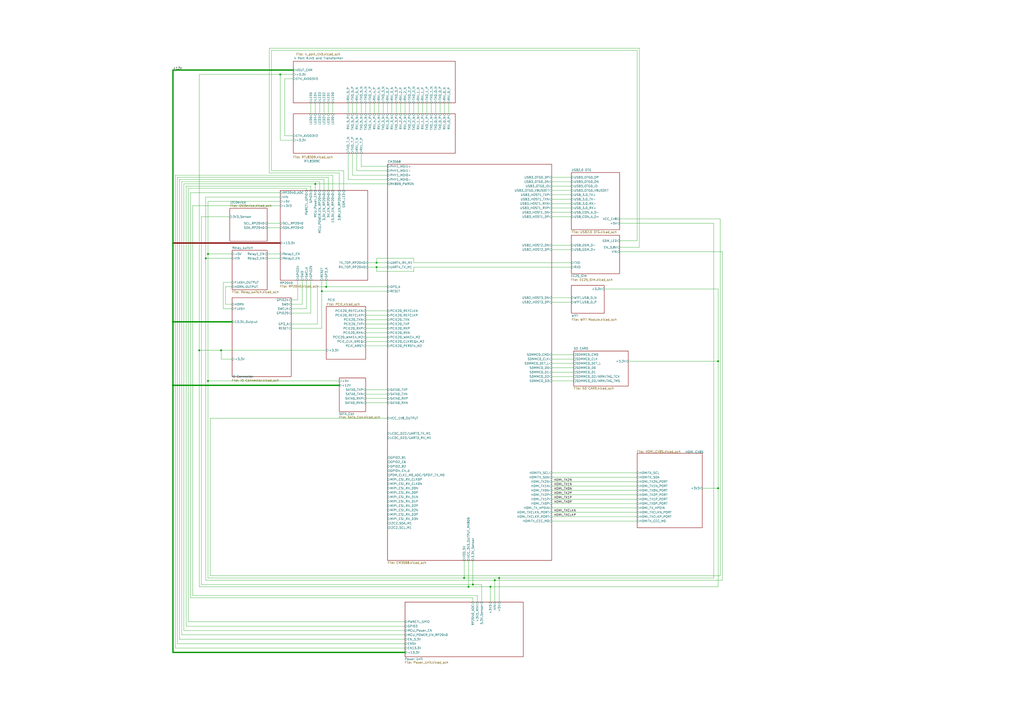
<source format=kicad_sch>
(kicad_sch
	(version 20231120)
	(generator "eeschema")
	(generator_version "8.0")
	(uuid "25e5aa8e-2696-44a3-8d3c-c2c53f2923cf")
	(paper "A2")
	(title_block
		(title "CamTracker")
		(date "2022-09-20")
		(rev "REV1")
		(company "SmartEQ Bilisim")
	)
	(lib_symbols)
	(junction
		(at 287.02 336.55)
		(diameter 0)
		(color 0 0 0 0)
		(uuid "05ccd40e-8bd3-4432-96c3-457b2d765fba")
	)
	(junction
		(at 186.69 168.91)
		(diameter 0)
		(color 0 0 0 0)
		(uuid "11a327ae-6e90-4051-b61a-3ada6950b3ae")
	)
	(junction
		(at 274.32 339.09)
		(diameter 0)
		(color 0 0 0 0)
		(uuid "164d0fd6-645c-4f91-a0d3-0f84a1454417")
	)
	(junction
		(at 189.23 166.37)
		(diameter 0)
		(color 0 0 0 0)
		(uuid "1ed2f55b-b906-4d7e-acc8-d1cb1b0fab93")
	)
	(junction
		(at 128.27 203.2)
		(diameter 0)
		(color 0 0 0 0)
		(uuid "22894974-82b4-4025-ad41-652d0ecaf282")
	)
	(junction
		(at 119.38 149.86)
		(diameter 0)
		(color 0 0 0 0)
		(uuid "29ad0d1d-d824-41cb-a7f7-08eab9880b5f")
	)
	(junction
		(at 100.33 140.97)
		(diameter 0)
		(color 0 0 0 0)
		(uuid "2d6e0674-6777-4d48-8c30-5940f445bc06")
	)
	(junction
		(at 289.56 335.28)
		(diameter 0)
		(color 0 0 0 0)
		(uuid "56c22d85-5210-4c17-87d0-bfba7f212d79")
	)
	(junction
		(at 416.56 209.55)
		(diameter 0)
		(color 0 0 0 0)
		(uuid "88d5f71e-7134-4cbf-aca1-99c3e1ebcb48")
	)
	(junction
		(at 100.33 223.52)
		(diameter 0)
		(color 0 0 0 0)
		(uuid "93540cd2-ae6d-4cac-9eb1-c54c650a05a2")
	)
	(junction
		(at 100.33 186.69)
		(diameter 0)
		(color 0 0 0 0)
		(uuid "9bc01fe3-73be-4e7b-a622-038a826d1083")
	)
	(junction
		(at 162.56 43.18)
		(diameter 0)
		(color 0 0 0 0)
		(uuid "a16f4d3e-bf77-44fe-b5e8-0be89335ea99")
	)
	(junction
		(at 269.24 335.28)
		(diameter 0)
		(color 0 0 0 0)
		(uuid "b5b4cc13-2abd-42be-ae92-4780fd6916a5")
	)
	(junction
		(at 218.44 152.4)
		(diameter 0)
		(color 0 0 0 0)
		(uuid "cb745cb5-cc82-4f4b-b42a-fb303d9baef2")
	)
	(junction
		(at 271.78 340.36)
		(diameter 0)
		(color 0 0 0 0)
		(uuid "cbdc8acf-509b-4615-92b9-ea2e2ae6c9fc")
	)
	(junction
		(at 182.88 106.68)
		(diameter 0)
		(color 0 0 0 0)
		(uuid "cc29140e-53cb-4d60-b37c-402c7040312b")
	)
	(junction
		(at 218.44 154.94)
		(diameter 0)
		(color 0 0 0 0)
		(uuid "d3a4b512-6499-4bb9-a498-6553aa443556")
	)
	(junction
		(at 120.65 147.32)
		(diameter 0)
		(color 0 0 0 0)
		(uuid "e435fbac-3aa1-488d-94ec-ff3bb9ceb019")
	)
	(junction
		(at 120.65 220.98)
		(diameter 0)
		(color 0 0 0 0)
		(uuid "f28c006a-8e81-4a5c-9e65-75f91d353fc8")
	)
	(junction
		(at 115.57 203.2)
		(diameter 0)
		(color 0 0 0 0)
		(uuid "f555ad56-9e9a-4cb1-88c9-fcfe9d1a2cee")
	)
	(junction
		(at 416.56 283.21)
		(diameter 0)
		(color 0 0 0 0)
		(uuid "fd7d86e0-4577-4a0f-9830-48bd6d738f76")
	)
	(junction
		(at 284.48 340.36)
		(diameter 0)
		(color 0 0 0 0)
		(uuid "ff72095c-8594-4662-96e6-d6029abcdc79")
	)
	(wire
		(pts
			(xy 212.09 180.34) (xy 224.79 180.34)
		)
		(stroke
			(width 0)
			(type default)
		)
		(uuid "00f1d472-6855-4514-a20c-b2f852bfef69")
	)
	(wire
		(pts
			(xy 359.41 143.51) (xy 370.84 143.51)
		)
		(stroke
			(width 0)
			(type default)
		)
		(uuid "01381e51-666c-4910-adc4-e6ee72041732")
	)
	(wire
		(pts
			(xy 184.15 187.96) (xy 184.15 166.37)
		)
		(stroke
			(width 0)
			(type default)
		)
		(uuid "01c709e3-d9c6-4590-84ea-7f4b7f7f8ea6")
	)
	(wire
		(pts
			(xy 100.33 378.46) (xy 234.95 378.46)
		)
		(stroke
			(width 0.762)
			(type default)
		)
		(uuid "04000c45-4300-4d99-ae2d-1146e98ebfdd")
	)
	(wire
		(pts
			(xy 212.09 233.68) (xy 224.79 233.68)
		)
		(stroke
			(width 0)
			(type default)
		)
		(uuid "065a8307-4904-4b28-bd6d-8192a474b03e")
	)
	(wire
		(pts
			(xy 120.65 116.84) (xy 120.65 147.32)
		)
		(stroke
			(width 0)
			(type default)
		)
		(uuid "06b757b0-3376-4652-a709-0f0afeac3102")
	)
	(wire
		(pts
			(xy 180.34 107.95) (xy 107.95 107.95)
		)
		(stroke
			(width 0)
			(type default)
		)
		(uuid "0708a203-04d7-4305-a3b7-d4eadc4df745")
	)
	(wire
		(pts
			(xy 320.04 287.02) (xy 369.57 287.02)
		)
		(stroke
			(width 0)
			(type default)
		)
		(uuid "0792ba6a-899e-4837-a452-8a5c0d5f63ce")
	)
	(wire
		(pts
			(xy 170.18 40.64) (xy 100.33 40.64)
		)
		(stroke
			(width 0.762)
			(type default)
		)
		(uuid "088588b7-3a26-43f6-b7da-74307a288db8")
	)
	(wire
		(pts
			(xy 201.93 59.69) (xy 201.93 66.04)
		)
		(stroke
			(width 0)
			(type default)
		)
		(uuid "09aa5386-abc3-4697-9877-85c664826dff")
	)
	(wire
		(pts
			(xy 320.04 142.24) (xy 331.47 142.24)
		)
		(stroke
			(width 0)
			(type default)
		)
		(uuid "0bc14050-a394-42f1-a16f-0916793c695b")
	)
	(wire
		(pts
			(xy 120.65 335.28) (xy 269.24 335.28)
		)
		(stroke
			(width 0)
			(type default)
		)
		(uuid "0c4e9166-4146-42bd-a852-4698b552baa5")
	)
	(wire
		(pts
			(xy 320.04 294.64) (xy 369.57 294.64)
		)
		(stroke
			(width 0)
			(type default)
		)
		(uuid "0c848815-b46f-4a95-9a15-e1cf563d1bd8")
	)
	(wire
		(pts
			(xy 162.56 43.18) (xy 115.57 43.18)
		)
		(stroke
			(width 0)
			(type default)
		)
		(uuid "0df96686-1ce7-48f2-9b48-f29f2595b825")
	)
	(wire
		(pts
			(xy 199.39 99.06) (xy 199.39 110.49)
		)
		(stroke
			(width 0)
			(type default)
		)
		(uuid "0f06c353-0a36-4c3d-bcdb-06cd92c9f2b4")
	)
	(wire
		(pts
			(xy 240.03 157.48) (xy 218.44 157.48)
		)
		(stroke
			(width 0)
			(type default)
		)
		(uuid "0f4bcd4f-1d11-45a7-9bac-202b0f31225d")
	)
	(wire
		(pts
			(xy 369.57 29.21) (xy 369.57 139.7)
		)
		(stroke
			(width 0)
			(type default)
		)
		(uuid "105f742c-77a2-443a-9855-e03b3339c79e")
	)
	(wire
		(pts
			(xy 100.33 140.97) (xy 162.56 140.97)
		)
		(stroke
			(width 0.762)
			(type default)
			(color 132 0 0 1)
		)
		(uuid "10762371-4a94-40fd-9b90-55b45667da62")
	)
	(wire
		(pts
			(xy 201.93 104.14) (xy 201.93 88.9)
		)
		(stroke
			(width 0)
			(type default)
		)
		(uuid "123fc5fd-25f7-426a-be28-2976f7da1108")
	)
	(wire
		(pts
			(xy 416.56 167.64) (xy 416.56 209.55)
		)
		(stroke
			(width 0)
			(type default)
		)
		(uuid "12a17c5f-d936-47f8-b433-3c1331758f14")
	)
	(wire
		(pts
			(xy 157.48 99.06) (xy 199.39 99.06)
		)
		(stroke
			(width 0)
			(type default)
		)
		(uuid "13c98f61-f9ff-44d4-9d99-0b4b31aa486f")
	)
	(wire
		(pts
			(xy 257.81 59.69) (xy 257.81 66.04)
		)
		(stroke
			(width 0)
			(type default)
		)
		(uuid "143d9e22-422d-440e-aad1-e9e77c69136d")
	)
	(wire
		(pts
			(xy 162.56 43.18) (xy 170.18 43.18)
		)
		(stroke
			(width 0)
			(type default)
		)
		(uuid "15a28885-1116-491e-864f-9618da2b0846")
	)
	(wire
		(pts
			(xy 180.34 110.49) (xy 180.34 107.95)
		)
		(stroke
			(width 0)
			(type default)
		)
		(uuid "1a847aa9-a757-4bc5-a0dc-6e525153c607")
	)
	(wire
		(pts
			(xy 115.57 43.18) (xy 115.57 203.2)
		)
		(stroke
			(width 0)
			(type default)
		)
		(uuid "1cd02e35-aaef-400a-81c1-7fae0b3040e0")
	)
	(wire
		(pts
			(xy 364.49 209.55) (xy 416.56 209.55)
		)
		(stroke
			(width 0)
			(type default)
		)
		(uuid "1edd2137-788f-4890-ba93-127568bd9f83")
	)
	(wire
		(pts
			(xy 274.32 325.12) (xy 274.32 339.09)
		)
		(stroke
			(width 0)
			(type default)
		)
		(uuid "1f30935c-b478-4a56-a2cd-318b7bd5fd9e")
	)
	(wire
		(pts
			(xy 284.48 340.36) (xy 416.56 340.36)
		)
		(stroke
			(width 0)
			(type default)
		)
		(uuid "1f8e099a-4993-44d2-9aec-34443a0381f3")
	)
	(wire
		(pts
			(xy 320.04 113.03) (xy 331.47 113.03)
		)
		(stroke
			(width 0)
			(type default)
		)
		(uuid "208b9cf1-37e7-4ad7-b45f-cc557eb775a5")
	)
	(wire
		(pts
			(xy 219.71 59.69) (xy 219.71 66.04)
		)
		(stroke
			(width 0)
			(type default)
		)
		(uuid "20e2921e-3381-4857-a918-ce88680847df")
	)
	(wire
		(pts
			(xy 331.47 154.94) (xy 240.03 154.94)
		)
		(stroke
			(width 0)
			(type default)
		)
		(uuid "239a0edd-7d43-44a9-b2d3-8a97b7cad6fb")
	)
	(wire
		(pts
			(xy 187.96 110.49) (xy 187.96 104.14)
		)
		(stroke
			(width 0)
			(type default)
		)
		(uuid "23dc6c3c-8551-41c3-9c33-4e48b7a454c9")
	)
	(wire
		(pts
			(xy 269.24 325.12) (xy 269.24 335.28)
		)
		(stroke
			(width 0)
			(type default)
		)
		(uuid "23f967c1-616e-473a-8ff8-a29484e5228e")
	)
	(wire
		(pts
			(xy 102.87 373.38) (xy 234.95 373.38)
		)
		(stroke
			(width 0)
			(type default)
		)
		(uuid "24f71e8f-cb99-4b83-8512-e4855dddea44")
	)
	(wire
		(pts
			(xy 134.62 208.28) (xy 128.27 208.28)
		)
		(stroke
			(width 0)
			(type default)
		)
		(uuid "24fbd47c-13e2-4d78-ae5b-9ab11a2f3969")
	)
	(wire
		(pts
			(xy 101.6 101.6) (xy 193.04 101.6)
		)
		(stroke
			(width 0)
			(type default)
		)
		(uuid "265f40d6-9502-4402-bfdd-31f0a3abd7d1")
	)
	(wire
		(pts
			(xy 320.04 292.1) (xy 369.57 292.1)
		)
		(stroke
			(width 0)
			(type default)
		)
		(uuid "266b188a-7434-495d-b50b-9aef7619b06c")
	)
	(wire
		(pts
			(xy 134.62 166.37) (xy 130.81 166.37)
		)
		(stroke
			(width 0)
			(type default)
		)
		(uuid "295de9d9-0049-4e06-9d63-48a2ccb3d1de")
	)
	(wire
		(pts
			(xy 190.5 110.49) (xy 190.5 102.87)
		)
		(stroke
			(width 0)
			(type default)
		)
		(uuid "29cd1de0-9a31-4d70-94e0-6781c64d15d3")
	)
	(wire
		(pts
			(xy 162.56 81.28) (xy 162.56 43.18)
		)
		(stroke
			(width 0)
			(type default)
		)
		(uuid "2e3cd7bd-4f67-4215-8630-0ed1622ab124")
	)
	(wire
		(pts
			(xy 414.02 129.54) (xy 414.02 335.28)
		)
		(stroke
			(width 0)
			(type default)
		)
		(uuid "2e852074-27e3-4d21-8cbc-ef32ea339792")
	)
	(wire
		(pts
			(xy 185.42 105.41) (xy 105.41 105.41)
		)
		(stroke
			(width 0)
			(type default)
		)
		(uuid "2f56d972-bdf7-410b-b9cd-1c337b2dfedb")
	)
	(wire
		(pts
			(xy 212.09 190.5) (xy 224.79 190.5)
		)
		(stroke
			(width 0)
			(type default)
		)
		(uuid "33875764-892e-4b30-a27d-a24ffb0e78a3")
	)
	(wire
		(pts
			(xy 168.91 181.61) (xy 180.34 181.61)
		)
		(stroke
			(width 0)
			(type default)
		)
		(uuid "3389acd1-e066-4bfc-9095-04bc985f4503")
	)
	(wire
		(pts
			(xy 320.04 220.98) (xy 332.74 220.98)
		)
		(stroke
			(width 0)
			(type default)
		)
		(uuid "36179b58-7e4a-45c7-84ac-03fcd0cbdf01")
	)
	(wire
		(pts
			(xy 350.52 167.64) (xy 416.56 167.64)
		)
		(stroke
			(width 0)
			(type default)
		)
		(uuid "37be5aab-484a-4fac-9945-659231ceb73d")
	)
	(wire
		(pts
			(xy 212.09 198.12) (xy 224.79 198.12)
		)
		(stroke
			(width 0)
			(type default)
		)
		(uuid "380bc696-b1a9-4a9a-9c93-fc9cdc9b9cd5")
	)
	(wire
		(pts
			(xy 320.04 289.56) (xy 369.57 289.56)
		)
		(stroke
			(width 0)
			(type default)
		)
		(uuid "38390db7-5bfa-4fbc-ba06-24fe59a75605")
	)
	(wire
		(pts
			(xy 180.34 59.69) (xy 180.34 66.04)
		)
		(stroke
			(width 0)
			(type default)
		)
		(uuid "396c5b5b-b293-4835-b6ec-08ca5fd38848")
	)
	(wire
		(pts
			(xy 190.5 102.87) (xy 102.87 102.87)
		)
		(stroke
			(width 0)
			(type default)
		)
		(uuid "39ec4969-5909-4e1d-9646-0f642b57a5e9")
	)
	(wire
		(pts
			(xy 279.4 339.09) (xy 279.4 349.25)
		)
		(stroke
			(width 0)
			(type default)
		)
		(uuid "3b680bbb-a0cf-4323-9c90-39ab4d03557e")
	)
	(wire
		(pts
			(xy 190.5 59.69) (xy 190.5 66.04)
		)
		(stroke
			(width 0)
			(type default)
		)
		(uuid "3d069700-b651-47f8-bc84-3d82bee26341")
	)
	(wire
		(pts
			(xy 417.83 127) (xy 417.83 334.01)
		)
		(stroke
			(width 0)
			(type default)
		)
		(uuid "3ec6fb06-54fd-41f6-b42f-225abda190b3")
	)
	(wire
		(pts
			(xy 154.94 149.86) (xy 162.56 149.86)
		)
		(stroke
			(width 0)
			(type default)
		)
		(uuid "41b76bd6-1064-413a-9782-a415447e7a64")
	)
	(wire
		(pts
			(xy 416.56 340.36) (xy 416.56 283.21)
		)
		(stroke
			(width 0)
			(type default)
		)
		(uuid "42e217f6-df8d-410e-841a-ad05c77549ee")
	)
	(wire
		(pts
			(xy 156.21 27.94) (xy 156.21 100.33)
		)
		(stroke
			(width 0)
			(type default)
		)
		(uuid "43998b09-ac38-4d48-9928-ed2f6732a62f")
	)
	(wire
		(pts
			(xy 320.04 107.95) (xy 331.47 107.95)
		)
		(stroke
			(width 0)
			(type default)
		)
		(uuid "443f38c0-ee6a-4e48-a47a-cc244534be8c")
	)
	(wire
		(pts
			(xy 193.04 110.49) (xy 193.04 101.6)
		)
		(stroke
			(width 0)
			(type default)
		)
		(uuid "4459ec10-bbc1-4922-8a70-cb5d19d2a6d0")
	)
	(wire
		(pts
			(xy 185.42 110.49) (xy 185.42 105.41)
		)
		(stroke
			(width 0)
			(type default)
		)
		(uuid "44e9cf64-5cda-4d41-9287-82b3a8f80803")
	)
	(wire
		(pts
			(xy 212.09 200.66) (xy 224.79 200.66)
		)
		(stroke
			(width 0)
			(type default)
		)
		(uuid "46bc9562-5fa5-406b-8581-c997c92d8bfd")
	)
	(wire
		(pts
			(xy 217.17 59.69) (xy 217.17 66.04)
		)
		(stroke
			(width 0)
			(type default)
		)
		(uuid "46e5529d-2499-4650-a5cc-2533bc08370d")
	)
	(wire
		(pts
			(xy 370.84 143.51) (xy 370.84 27.94)
		)
		(stroke
			(width 0)
			(type default)
		)
		(uuid "4905b4ff-bcfa-44e0-aa18-bdfe51975a72")
	)
	(wire
		(pts
			(xy 109.22 109.22) (xy 109.22 360.68)
		)
		(stroke
			(width 0)
			(type default)
		)
		(uuid "4ca07640-f2a0-4661-8fcb-3e026c02ba60")
	)
	(wire
		(pts
			(xy 222.25 59.69) (xy 222.25 66.04)
		)
		(stroke
			(width 0)
			(type default)
		)
		(uuid "4ec72820-c250-483a-818e-b8e0d8c80a84")
	)
	(wire
		(pts
			(xy 100.33 223.52) (xy 196.85 223.52)
		)
		(stroke
			(width 0.762)
			(type default)
		)
		(uuid "4fa6f5b0-1056-49d1-af34-7c172fdfb2be")
	)
	(wire
		(pts
			(xy 207.01 59.69) (xy 207.01 66.04)
		)
		(stroke
			(width 0)
			(type default)
		)
		(uuid "521bfa9d-99b6-4903-94c3-b3a13df7c52e")
	)
	(wire
		(pts
			(xy 320.04 125.73) (xy 331.47 125.73)
		)
		(stroke
			(width 0)
			(type default)
		)
		(uuid "52706ea5-46d1-4401-a912-e9280f8ec108")
	)
	(wire
		(pts
			(xy 414.02 129.54) (xy 359.41 129.54)
		)
		(stroke
			(width 0)
			(type default)
		)
		(uuid "5520393c-88ee-42e7-ba29-ed01b4a6dc92")
	)
	(wire
		(pts
			(xy 186.69 162.56) (xy 186.69 168.91)
		)
		(stroke
			(width 0)
			(type default)
		)
		(uuid "57bbd18b-fcfe-49bb-9542-f50c95d33a35")
	)
	(wire
		(pts
			(xy 237.49 59.69) (xy 237.49 66.04)
		)
		(stroke
			(width 0)
			(type default)
		)
		(uuid "59bae338-7369-41f9-8215-f37aa0bbc2b3")
	)
	(wire
		(pts
			(xy 212.09 187.96) (xy 224.79 187.96)
		)
		(stroke
			(width 0)
			(type default)
		)
		(uuid "59ce2561-aa1e-45fb-a64d-11f891e05d2c")
	)
	(wire
		(pts
			(xy 177.8 110.49) (xy 177.8 109.22)
		)
		(stroke
			(width 0)
			(type default)
		)
		(uuid "59d3e6e1-61f1-44ca-a5eb-257d45448558")
	)
	(wire
		(pts
			(xy 320.04 299.72) (xy 369.57 299.72)
		)
		(stroke
			(width 0)
			(type default)
		)
		(uuid "5b09429f-19ea-4237-ae35-6e8d63d279ea")
	)
	(wire
		(pts
			(xy 320.04 175.26) (xy 331.47 175.26)
		)
		(stroke
			(width 0)
			(type default)
		)
		(uuid "5b9a5f17-cd10-4874-8e2a-954febcf1b9a")
	)
	(wire
		(pts
			(xy 209.55 96.52) (xy 224.79 96.52)
		)
		(stroke
			(width 0)
			(type default)
		)
		(uuid "5b9c7434-4ad4-433b-b299-d09c3727ae02")
	)
	(wire
		(pts
			(xy 115.57 203.2) (xy 115.57 340.36)
		)
		(stroke
			(width 0)
			(type default)
		)
		(uuid "5c7cbc1a-0933-4b39-8830-3a61f1ad7640")
	)
	(wire
		(pts
			(xy 227.33 59.69) (xy 227.33 66.04)
		)
		(stroke
			(width 0)
			(type default)
		)
		(uuid "5e32532e-42b3-4652-8727-d30a8374f200")
	)
	(wire
		(pts
			(xy 185.42 59.69) (xy 185.42 66.04)
		)
		(stroke
			(width 0)
			(type default)
		)
		(uuid "618947e7-c4d2-48cf-a3d1-7d699f3cd388")
	)
	(wire
		(pts
			(xy 287.02 336.55) (xy 419.1 336.55)
		)
		(stroke
			(width 0)
			(type default)
		)
		(uuid "618d020f-5703-4574-bb96-dc733476ca26")
	)
	(wire
		(pts
			(xy 320.04 120.65) (xy 331.47 120.65)
		)
		(stroke
			(width 0)
			(type default)
		)
		(uuid "61f315a5-73a3-4d79-9a29-d14ba06223fe")
	)
	(wire
		(pts
			(xy 359.41 139.7) (xy 369.57 139.7)
		)
		(stroke
			(width 0)
			(type default)
		)
		(uuid "622d5fed-9890-4323-9f49-c8cea1cc3995")
	)
	(wire
		(pts
			(xy 162.56 116.84) (xy 120.65 116.84)
		)
		(stroke
			(width 0)
			(type default)
		)
		(uuid "63c60f4a-dd09-4e87-ab80-011cd38dc181")
	)
	(wire
		(pts
			(xy 168.91 190.5) (xy 186.69 190.5)
		)
		(stroke
			(width 0)
			(type default)
		)
		(uuid "651a8a04-2e15-4471-83a8-945922b2055a")
	)
	(wire
		(pts
			(xy 165.1 45.72) (xy 170.18 45.72)
		)
		(stroke
			(width 0)
			(type default)
		)
		(uuid "65a963eb-11cd-4a8f-95d7-468a081ee5fc")
	)
	(wire
		(pts
			(xy 170.18 78.74) (xy 165.1 78.74)
		)
		(stroke
			(width 0)
			(type default)
		)
		(uuid "66852e35-0b5a-4e4e-881c-5bae44a901c7")
	)
	(wire
		(pts
			(xy 271.78 325.12) (xy 271.78 340.36)
		)
		(stroke
			(width 0)
			(type default)
		)
		(uuid "66ca0e91-5195-427c-8e60-a8ac732e3eac")
	)
	(wire
		(pts
			(xy 320.04 208.28) (xy 332.74 208.28)
		)
		(stroke
			(width 0)
			(type default)
		)
		(uuid "67cd541a-e9f3-4116-8a88-c6da000d001d")
	)
	(wire
		(pts
			(xy 156.21 100.33) (xy 196.85 100.33)
		)
		(stroke
			(width 0)
			(type default)
		)
		(uuid "68739306-e2a7-4c50-9b5a-63a4ad6bf805")
	)
	(wire
		(pts
			(xy 204.47 59.69) (xy 204.47 66.04)
		)
		(stroke
			(width 0)
			(type default)
		)
		(uuid "6f052b6e-2092-4ad9-a150-476700c59297")
	)
	(wire
		(pts
			(xy 320.04 215.9) (xy 332.74 215.9)
		)
		(stroke
			(width 0)
			(type default)
		)
		(uuid "702cb839-78fc-474b-8a0f-3eda987eb5d2")
	)
	(wire
		(pts
			(xy 320.04 110.49) (xy 331.47 110.49)
		)
		(stroke
			(width 0)
			(type default)
		)
		(uuid "71ff1d3a-570f-4f2f-998e-3e6b369dc3af")
	)
	(wire
		(pts
			(xy 110.49 346.71) (xy 274.32 346.71)
		)
		(stroke
			(width 0)
			(type default)
		)
		(uuid "72ce8d0a-5091-4f5e-b9fb-1f43ea2e45e5")
	)
	(wire
		(pts
			(xy 129.54 163.83) (xy 134.62 163.83)
		)
		(stroke
			(width 0)
			(type default)
		)
		(uuid "72f82ebe-e3b7-447c-b210-34697dad4b2b")
	)
	(wire
		(pts
			(xy 320.04 297.18) (xy 369.57 297.18)
		)
		(stroke
			(width 0)
			(type default)
		)
		(uuid "74890083-62d2-4780-82c0-cff4ca0ddb4b")
	)
	(wire
		(pts
			(xy 218.44 154.94) (xy 224.79 154.94)
		)
		(stroke
			(width 0)
			(type default)
		)
		(uuid "74e42c47-9ac1-4fdf-a498-0ddc17c3dc96")
	)
	(wire
		(pts
			(xy 154.94 132.08) (xy 162.56 132.08)
		)
		(stroke
			(width 0)
			(type default)
		)
		(uuid "7a5bffcf-b45b-4ce3-ab75-70f939ddc9ef")
	)
	(wire
		(pts
			(xy 224.79 104.14) (xy 201.93 104.14)
		)
		(stroke
			(width 0)
			(type default)
		)
		(uuid "7b8b093a-ef7b-455a-9116-cb37b18aaa3f")
	)
	(wire
		(pts
			(xy 212.09 182.88) (xy 224.79 182.88)
		)
		(stroke
			(width 0)
			(type default)
		)
		(uuid "7b9524e9-341c-474f-a1dc-1c0c7f4847af")
	)
	(wire
		(pts
			(xy 212.09 226.06) (xy 224.79 226.06)
		)
		(stroke
			(width 0)
			(type default)
		)
		(uuid "7bb5ff6d-0c7c-46b7-848b-786c0824bf48")
	)
	(wire
		(pts
			(xy 212.09 59.69) (xy 212.09 66.04)
		)
		(stroke
			(width 0)
			(type default)
		)
		(uuid "7cf19e35-e2fd-4e6c-a12b-c5e062fa604f")
	)
	(wire
		(pts
			(xy 370.84 27.94) (xy 156.21 27.94)
		)
		(stroke
			(width 0)
			(type default)
		)
		(uuid "7cfc8054-b9f0-4524-8589-2cf5fc46fc59")
	)
	(wire
		(pts
			(xy 180.34 181.61) (xy 180.34 162.56)
		)
		(stroke
			(width 0)
			(type default)
		)
		(uuid "7d8be995-46dc-47f4-900f-8137738b85d8")
	)
	(wire
		(pts
			(xy 116.84 125.73) (xy 116.84 339.09)
		)
		(stroke
			(width 0)
			(type default)
		)
		(uuid "7df580a6-c11d-480d-adaf-1c5a81dafc65")
	)
	(wire
		(pts
			(xy 204.47 101.6) (xy 224.79 101.6)
		)
		(stroke
			(width 0)
			(type default)
		)
		(uuid "7ecece2d-aaef-49e1-ac00-1fadb151e96c")
	)
	(wire
		(pts
			(xy 320.04 118.11) (xy 331.47 118.11)
		)
		(stroke
			(width 0)
			(type default)
		)
		(uuid "7ef063bc-a5a0-474c-8dad-ca8b5660db71")
	)
	(wire
		(pts
			(xy 224.79 242.57) (xy 121.92 242.57)
		)
		(stroke
			(width 0)
			(type default)
		)
		(uuid "814050a7-a271-41a1-8c05-74612f48cfe7")
	)
	(wire
		(pts
			(xy 320.04 123.19) (xy 331.47 123.19)
		)
		(stroke
			(width 0)
			(type default)
		)
		(uuid "8267871c-e7d6-4912-8e9d-d227b0c353c1")
	)
	(wire
		(pts
			(xy 212.09 231.14) (xy 224.79 231.14)
		)
		(stroke
			(width 0)
			(type default)
		)
		(uuid "828bf1ed-b136-4f2d-9aa4-f8200e10998d")
	)
	(wire
		(pts
			(xy 101.6 101.6) (xy 101.6 375.92)
		)
		(stroke
			(width 0)
			(type default)
		)
		(uuid "831d1ff8-4a3f-46e5-8cce-f57bc7a4890b")
	)
	(wire
		(pts
			(xy 193.04 59.69) (xy 193.04 66.04)
		)
		(stroke
			(width 0)
			(type default)
		)
		(uuid "836d6dbd-5075-4468-9778-cea95b119b7f")
	)
	(wire
		(pts
			(xy 162.56 111.76) (xy 110.49 111.76)
		)
		(stroke
			(width 0)
			(type default)
		)
		(uuid "841d1bb9-16d7-403e-828c-34a65e747b82")
	)
	(wire
		(pts
			(xy 234.95 59.69) (xy 234.95 66.04)
		)
		(stroke
			(width 0)
			(type default)
		)
		(uuid "843b6e38-528f-4a03-89b8-25b9ec6bea5d")
	)
	(wire
		(pts
			(xy 320.04 302.26) (xy 369.57 302.26)
		)
		(stroke
			(width 0)
			(type default)
		)
		(uuid "85a42a2c-3324-4e5e-bfa5-91c5337750c8")
	)
	(wire
		(pts
			(xy 101.6 375.92) (xy 234.95 375.92)
		)
		(stroke
			(width 0)
			(type default)
		)
		(uuid "8706d87e-578c-4dca-a8fb-403b52ad6447")
	)
	(wire
		(pts
			(xy 218.44 157.48) (xy 218.44 154.94)
		)
		(stroke
			(width 0)
			(type default)
		)
		(uuid "88f224c6-5260-4891-86ec-a53e8bbf4b86")
	)
	(wire
		(pts
			(xy 419.1 336.55) (xy 419.1 146.05)
		)
		(stroke
			(width 0)
			(type default)
		)
		(uuid "891687f3-8dfe-4b72-a003-e8d27474ca8a")
	)
	(wire
		(pts
			(xy 419.1 146.05) (xy 359.41 146.05)
		)
		(stroke
			(width 0)
			(type default)
		)
		(uuid "89420d21-b693-4f07-a0b7-deb6cb9e201d")
	)
	(wire
		(pts
			(xy 102.87 102.87) (xy 102.87 373.38)
		)
		(stroke
			(width 0)
			(type default)
		)
		(uuid "89bb9a53-ee47-471e-9938-848845ffe4e6")
	)
	(wire
		(pts
			(xy 104.14 104.14) (xy 104.14 370.84)
		)
		(stroke
			(width 0)
			(type default)
		)
		(uuid "8bb3c383-50de-405e-8585-1da7020fb1ef")
	)
	(wire
		(pts
			(xy 212.09 228.6) (xy 224.79 228.6)
		)
		(stroke
			(width 0)
			(type default)
		)
		(uuid "8cce8938-6cfa-4d74-ac09-fb0a89b6a0e9")
	)
	(wire
		(pts
			(xy 177.8 179.07) (xy 168.91 179.07)
		)
		(stroke
			(width 0)
			(type default)
		)
		(uuid "8d1f0616-680f-42d4-9bdf-6bc5c115a915")
	)
	(wire
		(pts
			(xy 209.55 88.9) (xy 209.55 96.52)
		)
		(stroke
			(width 0)
			(type default)
		)
		(uuid "9063a200-cb9f-4746-87f4-2992d22f04d4")
	)
	(wire
		(pts
			(xy 154.94 129.54) (xy 162.56 129.54)
		)
		(stroke
			(width 0)
			(type default)
		)
		(uuid "90d94051-c289-4c98-ba57-4abc90e33861")
	)
	(wire
		(pts
			(xy 250.19 59.69) (xy 250.19 66.04)
		)
		(stroke
			(width 0)
			(type default)
		)
		(uuid "913dcc6c-a0b3-44f4-b02d-35267e54ac86")
	)
	(wire
		(pts
			(xy 240.03 154.94) (xy 240.03 157.48)
		)
		(stroke
			(width 0)
			(type default)
		)
		(uuid "914601c1-fe0c-432f-9bb6-d11fb81a520f")
	)
	(wire
		(pts
			(xy 242.57 59.69) (xy 242.57 66.04)
		)
		(stroke
			(width 0)
			(type default)
		)
		(uuid "957c8d5b-b3cf-4131-8ae1-56d579f96e68")
	)
	(wire
		(pts
			(xy 184.15 166.37) (xy 189.23 166.37)
		)
		(stroke
			(width 0)
			(type default)
		)
		(uuid "9821ca3e-835b-4f98-b944-25e0d44b0ea9")
	)
	(wire
		(pts
			(xy 224.79 59.69) (xy 224.79 66.04)
		)
		(stroke
			(width 0)
			(type default)
		)
		(uuid "9a11e31a-a895-4b8f-a65b-c752d51b730c")
	)
	(wire
		(pts
			(xy 116.84 339.09) (xy 274.32 339.09)
		)
		(stroke
			(width 0)
			(type default)
		)
		(uuid "9b7ba15d-7200-4eef-94c9-c6562ef41aeb")
	)
	(wire
		(pts
			(xy 115.57 340.36) (xy 271.78 340.36)
		)
		(stroke
			(width 0)
			(type default)
		)
		(uuid "9bf183af-1d8f-4b5d-ab85-605714fb6a11")
	)
	(wire
		(pts
			(xy 204.47 88.9) (xy 204.47 101.6)
		)
		(stroke
			(width 0)
			(type default)
		)
		(uuid "9d0e06a2-5559-416c-871d-3c93dcd52e8a")
	)
	(wire
		(pts
			(xy 359.41 127) (xy 417.83 127)
		)
		(stroke
			(width 0)
			(type default)
		)
		(uuid "9dafd303-9cde-43d2-a4f8-510850922e52")
	)
	(wire
		(pts
			(xy 130.81 176.53) (xy 134.62 176.53)
		)
		(stroke
			(width 0)
			(type default)
		)
		(uuid "9ff28f0f-ceca-4caa-a92d-676a97d362ec")
	)
	(wire
		(pts
			(xy 416.56 209.55) (xy 416.56 283.21)
		)
		(stroke
			(width 0)
			(type default)
		)
		(uuid "a077c82e-705c-42fe-a416-bf140bb5b43b")
	)
	(wire
		(pts
			(xy 100.33 223.52) (xy 100.33 378.46)
		)
		(stroke
			(width 0.762)
			(type default)
		)
		(uuid "a0d89f32-9c57-4887-97bb-f9bcad017d62")
	)
	(wire
		(pts
			(xy 417.83 334.01) (xy 121.92 334.01)
		)
		(stroke
			(width 0)
			(type default)
		)
		(uuid "a4f4ee11-d809-4faf-b8d6-176b03964886")
	)
	(wire
		(pts
			(xy 120.65 220.98) (xy 196.85 220.98)
		)
		(stroke
			(width 0)
			(type default)
		)
		(uuid "a83fa60a-0ab6-4169-99ae-d8fb9f1bb5da")
	)
	(wire
		(pts
			(xy 107.95 107.95) (xy 107.95 363.22)
		)
		(stroke
			(width 0)
			(type default)
		)
		(uuid "a86969ed-e0b8-483e-ad29-44218b98cd16")
	)
	(wire
		(pts
			(xy 100.33 186.69) (xy 100.33 223.52)
		)
		(stroke
			(width 0.762)
			(type default)
		)
		(uuid "a91ef924-0ad1-4cfe-8907-075c8daa9e80")
	)
	(wire
		(pts
			(xy 320.04 205.74) (xy 332.74 205.74)
		)
		(stroke
			(width 0)
			(type default)
		)
		(uuid "a9874fd9-58d7-42b2-b54a-4c2ba5ef451d")
	)
	(wire
		(pts
			(xy 111.76 345.44) (xy 276.86 345.44)
		)
		(stroke
			(width 0)
			(type default)
		)
		(uuid "a9c7ba8e-c592-419f-8c2d-4d1b76e18408")
	)
	(wire
		(pts
			(xy 276.86 349.25) (xy 276.86 345.44)
		)
		(stroke
			(width 0)
			(type default)
		)
		(uuid "aa2b3e99-b9b1-45e9-9071-343e58a2c530")
	)
	(wire
		(pts
			(xy 214.63 59.69) (xy 214.63 66.04)
		)
		(stroke
			(width 0)
			(type default)
		)
		(uuid "aace8171-466f-4eb7-96c5-3a475f635f34")
	)
	(wire
		(pts
			(xy 189.23 162.56) (xy 189.23 166.37)
		)
		(stroke
			(width 0)
			(type default)
		)
		(uuid "ab13e909-9619-483c-bb03-1837d339ce6d")
	)
	(wire
		(pts
			(xy 105.41 105.41) (xy 105.41 368.3)
		)
		(stroke
			(width 0)
			(type default)
		)
		(uuid "ab1e9010-6205-4dc8-919b-8ca60bf4e9a8")
	)
	(wire
		(pts
			(xy 119.38 149.86) (xy 119.38 336.55)
		)
		(stroke
			(width 0)
			(type default)
		)
		(uuid "ab661a59-a16c-4cb2-8a0f-2ae34a454b5e")
	)
	(wire
		(pts
			(xy 186.69 190.5) (xy 186.69 168.91)
		)
		(stroke
			(width 0)
			(type default)
		)
		(uuid "ac13a31a-edd7-4b07-8f8f-f473c6479dda")
	)
	(wire
		(pts
			(xy 369.57 29.21) (xy 157.48 29.21)
		)
		(stroke
			(width 0)
			(type default)
		)
		(uuid "aeebe956-1914-4369-ae0f-2e6933c167cc")
	)
	(wire
		(pts
			(xy 111.76 119.38) (xy 111.76 345.44)
		)
		(stroke
			(width 0)
			(type default)
		)
		(uuid "b1419ce2-d57b-4b52-b445-74b2f7ce8cec")
	)
	(wire
		(pts
			(xy 213.36 152.4) (xy 218.44 152.4)
		)
		(stroke
			(width 0)
			(type default)
		)
		(uuid "b2ba9392-9334-4ade-9a22-b12a62390136")
	)
	(wire
		(pts
			(xy 320.04 144.78) (xy 331.47 144.78)
		)
		(stroke
			(width 0)
			(type default)
		)
		(uuid "b389f09f-25e0-4eea-beb6-a7c55cbc3b80")
	)
	(wire
		(pts
			(xy 187.96 59.69) (xy 187.96 66.04)
		)
		(stroke
			(width 0)
			(type default)
		)
		(uuid "b41a239f-12ac-4d96-a33f-3b54d764a971")
	)
	(wire
		(pts
			(xy 106.68 106.68) (xy 106.68 365.76)
		)
		(stroke
			(width 0)
			(type default)
		)
		(uuid "b49ca31a-137b-4ab2-b105-2a3e85e3c58f")
	)
	(wire
		(pts
			(xy 100.33 140.97) (xy 100.33 186.69)
		)
		(stroke
			(width 0.762)
			(type default)
		)
		(uuid "b63fd861-0b5d-428f-b7b5-88935b645e79")
	)
	(wire
		(pts
			(xy 212.09 195.58) (xy 224.79 195.58)
		)
		(stroke
			(width 0)
			(type default)
		)
		(uuid "b740026a-8292-4121-ae62-9c006bd0f47c")
	)
	(wire
		(pts
			(xy 109.22 360.68) (xy 234.95 360.68)
		)
		(stroke
			(width 0)
			(type default)
		)
		(uuid "bb66d11d-e60e-41a9-b54d-5ab96e07a260")
	)
	(wire
		(pts
			(xy 170.18 81.28) (xy 162.56 81.28)
		)
		(stroke
			(width 0)
			(type default)
		)
		(uuid "bc3b6ee1-d1c2-46bc-b597-d2bb270f9c54")
	)
	(wire
		(pts
			(xy 320.04 210.82) (xy 332.74 210.82)
		)
		(stroke
			(width 0)
			(type default)
		)
		(uuid "bccf74fe-78ed-4486-b0cb-bcd817b17faf")
	)
	(wire
		(pts
			(xy 245.11 59.69) (xy 245.11 66.04)
		)
		(stroke
			(width 0)
			(type default)
		)
		(uuid "bd057500-a71e-40f4-b288-32e95fc6ec84")
	)
	(wire
		(pts
			(xy 121.92 242.57) (xy 121.92 334.01)
		)
		(stroke
			(width 0)
			(type default)
		)
		(uuid "bd089abf-a309-484d-b9ff-d75ca095929a")
	)
	(wire
		(pts
			(xy 224.79 99.06) (xy 207.01 99.06)
		)
		(stroke
			(width 0)
			(type default)
		)
		(uuid "be4df21a-71d3-4c5b-a653-e697ad742c70")
	)
	(wire
		(pts
			(xy 186.69 168.91) (xy 224.79 168.91)
		)
		(stroke
			(width 0)
			(type default)
		)
		(uuid "be83201b-b042-48c9-a133-ef4f95f38496")
	)
	(wire
		(pts
			(xy 154.94 147.32) (xy 162.56 147.32)
		)
		(stroke
			(width 0)
			(type default)
		)
		(uuid "be9574db-a3f7-4e21-8a98-dc4e19c2a5a1")
	)
	(wire
		(pts
			(xy 128.27 208.28) (xy 128.27 203.2)
		)
		(stroke
			(width 0)
			(type default)
		)
		(uuid "beec1314-7353-4b21-ab8e-752688464198")
	)
	(wire
		(pts
			(xy 274.32 346.71) (xy 274.32 349.25)
		)
		(stroke
			(width 0)
			(type default)
		)
		(uuid "bf6ba581-52a4-4b75-9512-46976bb48af5")
	)
	(wire
		(pts
			(xy 104.14 104.14) (xy 187.96 104.14)
		)
		(stroke
			(width 0)
			(type default)
		)
		(uuid "bf7631db-e85f-4629-ae2a-2b7eadcbc0e3")
	)
	(wire
		(pts
			(xy 260.35 59.69) (xy 260.35 66.04)
		)
		(stroke
			(width 0)
			(type default)
		)
		(uuid "bff60f5f-6bdb-4571-9b48-a38ea23e4fcd")
	)
	(wire
		(pts
			(xy 212.09 185.42) (xy 224.79 185.42)
		)
		(stroke
			(width 0)
			(type default)
		)
		(uuid "c0161f46-3f43-4d85-9c93-e4073b2cb46e")
	)
	(wire
		(pts
			(xy 240.03 59.69) (xy 240.03 66.04)
		)
		(stroke
			(width 0)
			(type default)
		)
		(uuid "c0215b58-9aae-4b4e-ba34-fbeef1a568be")
	)
	(wire
		(pts
			(xy 229.87 59.69) (xy 229.87 66.04)
		)
		(stroke
			(width 0)
			(type default)
		)
		(uuid "c04b04c3-76d0-4eda-9ea0-3c6da557ea5f")
	)
	(wire
		(pts
			(xy 320.04 172.72) (xy 331.47 172.72)
		)
		(stroke
			(width 0)
			(type default)
		)
		(uuid "c0e7c177-9e01-4ed6-ac30-ba922c160c67")
	)
	(wire
		(pts
			(xy 120.65 147.32) (xy 120.65 220.98)
		)
		(stroke
			(width 0)
			(type default)
		)
		(uuid "c26e473b-f97f-4e0a-810e-51eada141499")
	)
	(wire
		(pts
			(xy 320.04 281.94) (xy 369.57 281.94)
		)
		(stroke
			(width 0)
			(type default)
		)
		(uuid "c305520b-2ca6-4f08-9f40-4198a703e2a1")
	)
	(wire
		(pts
			(xy 189.23 166.37) (xy 224.79 166.37)
		)
		(stroke
			(width 0)
			(type default)
		)
		(uuid "c4d17b96-0895-4180-ab68-5264455837f3")
	)
	(wire
		(pts
			(xy 168.91 173.99) (xy 172.72 173.99)
		)
		(stroke
			(width 0)
			(type default)
		)
		(uuid "c6d4293f-d052-4e20-b8c4-a8572ae70ee2")
	)
	(wire
		(pts
			(xy 134.62 147.32) (xy 120.65 147.32)
		)
		(stroke
			(width 0)
			(type default)
		)
		(uuid "c8b17435-7c94-4fdd-8970-4857b0aa288a")
	)
	(wire
		(pts
			(xy 414.02 335.28) (xy 289.56 335.28)
		)
		(stroke
			(width 0)
			(type default)
		)
		(uuid "c98b4ed1-8cd4-4e76-9a11-ff1852dc43a7")
	)
	(wire
		(pts
			(xy 320.04 213.36) (xy 332.74 213.36)
		)
		(stroke
			(width 0)
			(type default)
		)
		(uuid "ca9e1514-8d25-42ba-8e1c-7b67f10c3ce5")
	)
	(wire
		(pts
			(xy 218.44 152.4) (xy 224.79 152.4)
		)
		(stroke
			(width 0)
			(type default)
		)
		(uuid "caf07b2e-cedc-44ff-9876-596b711f4373")
	)
	(wire
		(pts
			(xy 120.65 220.98) (xy 120.65 335.28)
		)
		(stroke
			(width 0)
			(type default)
		)
		(uuid "cbb09363-b08b-485d-b6f5-eb437fcbe1fa")
	)
	(wire
		(pts
			(xy 320.04 115.57) (xy 331.47 115.57)
		)
		(stroke
			(width 0)
			(type default)
		)
		(uuid "cbed2c29-3511-4c78-9ea5-ad1be913f8e2")
	)
	(wire
		(pts
			(xy 213.36 154.94) (xy 218.44 154.94)
		)
		(stroke
			(width 0)
			(type default)
		)
		(uuid "cbfe4ab2-177f-4b36-9aff-1a8cb9315d18")
	)
	(wire
		(pts
			(xy 106.68 365.76) (xy 234.95 365.76)
		)
		(stroke
			(width 0)
			(type default)
		)
		(uuid "cd83c4a1-0b97-4b8f-8ddf-9886992e30ce")
	)
	(wire
		(pts
			(xy 320.04 284.48) (xy 369.57 284.48)
		)
		(stroke
			(width 0)
			(type default)
		)
		(uuid "ce60421d-3d75-423d-b13e-250f908f2087")
	)
	(wire
		(pts
			(xy 209.55 59.69) (xy 209.55 66.04)
		)
		(stroke
			(width 0)
			(type default)
		)
		(uuid "d04fb2c8-6924-4d45-9bd6-8c64e7217df7")
	)
	(wire
		(pts
			(xy 407.3501 283.21) (xy 416.56 283.21)
		)
		(stroke
			(width 0)
			(type default)
		)
		(uuid "d0662933-51f1-49f8-a56e-a00c225d989f")
	)
	(wire
		(pts
			(xy 182.88 106.68) (xy 224.79 106.68)
		)
		(stroke
			(width 0)
			(type default)
		)
		(uuid "d19d27ef-01fc-4953-a462-4093d13189a9")
	)
	(wire
		(pts
			(xy 284.48 340.36) (xy 284.48 349.25)
		)
		(stroke
			(width 0)
			(type default)
		)
		(uuid "d3066a0e-e61b-45e0-862d-b9ddc7457214")
	)
	(wire
		(pts
			(xy 133.35 125.73) (xy 116.84 125.73)
		)
		(stroke
			(width 0)
			(type default)
		)
		(uuid "d35b764c-c0a1-4ddc-9685-c5fec7a1e7d9")
	)
	(wire
		(pts
			(xy 289.56 335.28) (xy 289.56 349.25)
		)
		(stroke
			(width 0)
			(type default)
		)
		(uuid "d3edb014-c5d1-4968-b5f7-61b5c2092d49")
	)
	(wire
		(pts
			(xy 196.85 100.33) (xy 196.85 110.49)
		)
		(stroke
			(width 0)
			(type default)
		)
		(uuid "d457aa89-be47-4cbf-a394-3025a6985741")
	)
	(wire
		(pts
			(xy 320.04 102.87) (xy 331.47 102.87)
		)
		(stroke
			(width 0)
			(type default)
		)
		(uuid "d5d79b4d-7270-458d-8ab7-97d8dffc0d06")
	)
	(wire
		(pts
			(xy 252.73 59.69) (xy 252.73 66.04)
		)
		(stroke
			(width 0)
			(type default)
		)
		(uuid "d7183f2b-7c34-4536-972e-05b84abaec91")
	)
	(wire
		(pts
			(xy 177.8 162.56) (xy 177.8 179.07)
		)
		(stroke
			(width 0)
			(type default)
		)
		(uuid "d7543ca8-cb6e-40e0-8702-db2e1fcf1bd4")
	)
	(wire
		(pts
			(xy 269.24 335.28) (xy 289.56 335.28)
		)
		(stroke
			(width 0)
			(type default)
		)
		(uuid "d7c9b3a0-eb5e-4529-a449-904fb7899945")
	)
	(wire
		(pts
			(xy 271.78 340.36) (xy 284.48 340.36)
		)
		(stroke
			(width 0)
			(type default)
		)
		(uuid "d930de8b-5ee4-475f-b385-ef10be176576")
	)
	(wire
		(pts
			(xy 320.04 276.86) (xy 369.57 276.86)
		)
		(stroke
			(width 0)
			(type default)
		)
		(uuid "d9421e85-068a-4bef-bbef-da29069ec06e")
	)
	(wire
		(pts
			(xy 247.65 59.69) (xy 247.65 66.04)
		)
		(stroke
			(width 0)
			(type default)
		)
		(uuid "da7fc38c-d3eb-4c57-b4d4-1ea517e4918d")
	)
	(wire
		(pts
			(xy 287.02 336.55) (xy 287.02 349.25)
		)
		(stroke
			(width 0)
			(type default)
		)
		(uuid "db1b4782-c7c5-4af1-b318-26fc991eeeb7")
	)
	(wire
		(pts
			(xy 162.56 114.3) (xy 119.38 114.3)
		)
		(stroke
			(width 0)
			(type default)
		)
		(uuid "db5df3a6-2613-452c-98fd-55099616eb5b")
	)
	(wire
		(pts
			(xy 107.95 363.22) (xy 234.95 363.22)
		)
		(stroke
			(width 0)
			(type default)
		)
		(uuid "db63900a-75e7-465b-b1c4-35d5fa85f4a9")
	)
	(wire
		(pts
			(xy 212.09 193.04) (xy 224.79 193.04)
		)
		(stroke
			(width 0)
			(type default)
		)
		(uuid "db82a25a-2630-4207-b520-a5cf85ad97f3")
	)
	(wire
		(pts
			(xy 129.54 179.07) (xy 129.54 163.83)
		)
		(stroke
			(width 0)
			(type default)
		)
		(uuid "dc16a255-852d-4bd1-81ba-77e74f94fd56")
	)
	(wire
		(pts
			(xy 134.62 179.07) (xy 129.54 179.07)
		)
		(stroke
			(width 0)
			(type default)
		)
		(uuid "df05e1a7-6c03-43d9-afbf-6e9bac062173")
	)
	(wire
		(pts
			(xy 182.88 106.68) (xy 106.68 106.68)
		)
		(stroke
			(width 0)
			(type default)
		)
		(uuid "df0bdacd-2988-40e4-8359-f9eff19592ee")
	)
	(wire
		(pts
			(xy 168.91 187.96) (xy 184.15 187.96)
		)
		(stroke
			(width 0)
			(type default)
		)
		(uuid "df4c2d77-c071-40d6-8496-09ef788e9cae")
	)
	(wire
		(pts
			(xy 134.62 149.86) (xy 119.38 149.86)
		)
		(stroke
			(width 0)
			(type default)
		)
		(uuid "df52160b-2bef-4948-826c-736c69278f74")
	)
	(wire
		(pts
			(xy 115.57 203.2) (xy 128.27 203.2)
		)
		(stroke
			(width 0)
			(type default)
		)
		(uuid "dff9bb61-5623-44ad-8ce1-ad5c67d1c6b3")
	)
	(wire
		(pts
			(xy 240.03 149.86) (xy 218.44 149.86)
		)
		(stroke
			(width 0)
			(type default)
		)
		(uuid "e0f5d7a9-1c27-4895-bfb3-e8028ea6d844")
	)
	(wire
		(pts
			(xy 157.48 29.21) (xy 157.48 99.06)
		)
		(stroke
			(width 0)
			(type default)
		)
		(uuid "e2cb6900-d423-4f00-be21-d3a4103f109f")
	)
	(wire
		(pts
			(xy 172.72 173.99) (xy 172.72 162.56)
		)
		(stroke
			(width 0)
			(type default)
		)
		(uuid "e3b6633d-134f-4d25-8aa3-36bdc48f1420")
	)
	(wire
		(pts
			(xy 175.26 162.56) (xy 175.26 176.53)
		)
		(stroke
			(width 0)
			(type default)
		)
		(uuid "e4d0efe5-d17b-46bb-b9e7-200d08acd705")
	)
	(wire
		(pts
			(xy 100.33 40.64) (xy 100.33 140.97)
		)
		(stroke
			(width 0.762)
			(type default)
		)
		(uuid "e643e059-9540-4c88-8306-6b6e79d96c81")
	)
	(wire
		(pts
			(xy 320.04 105.41) (xy 331.47 105.41)
		)
		(stroke
			(width 0)
			(type default)
		)
		(uuid "e8e098d9-f1a0-4389-8faa-49dc1a99231b")
	)
	(wire
		(pts
			(xy 255.27 59.69) (xy 255.27 66.04)
		)
		(stroke
			(width 0)
			(type default)
		)
		(uuid "e939932a-6fa0-4706-be1e-81d354ec65aa")
	)
	(wire
		(pts
			(xy 119.38 114.3) (xy 119.38 149.86)
		)
		(stroke
			(width 0)
			(type default)
		)
		(uuid "eaf896a4-d394-4551-b4df-2d2a3d99e0ca")
	)
	(wire
		(pts
			(xy 320.04 218.44) (xy 332.74 218.44)
		)
		(stroke
			(width 0)
			(type default)
		)
		(uuid "ec53454c-2da8-43d2-91a3-8636cf2364c9")
	)
	(wire
		(pts
			(xy 162.56 119.38) (xy 111.76 119.38)
		)
		(stroke
			(width 0)
			(type default)
		)
		(uuid "ed275ff5-a74b-400f-bf3e-0f5d9a957ea2")
	)
	(wire
		(pts
			(xy 207.01 99.06) (xy 207.01 88.9)
		)
		(stroke
			(width 0)
			(type default)
		)
		(uuid "ef334596-2e69-4846-9b8b-d97571a43614")
	)
	(wire
		(pts
			(xy 182.88 106.68) (xy 182.88 110.49)
		)
		(stroke
			(width 0)
			(type default)
		)
		(uuid "ef356eb2-fd52-4921-a2f4-df3a1334c47b")
	)
	(wire
		(pts
			(xy 104.14 370.84) (xy 234.95 370.84)
		)
		(stroke
			(width 0)
			(type default)
		)
		(uuid "f0045d22-572e-487f-a620-de907c37c2ed")
	)
	(wire
		(pts
			(xy 240.03 152.4) (xy 240.03 149.86)
		)
		(stroke
			(width 0)
			(type default)
		)
		(uuid "f2713715-412d-44d0-829a-ba89adb8ed1e")
	)
	(wire
		(pts
			(xy 105.41 368.3) (xy 234.95 368.3)
		)
		(stroke
			(width 0)
			(type default)
		)
		(uuid "f2f663a9-b7e5-442e-8d11-c052a84cbf98")
	)
	(wire
		(pts
			(xy 165.1 78.74) (xy 165.1 45.72)
		)
		(stroke
			(width 0)
			(type default)
		)
		(uuid "f4075ce6-2936-4b51-a2f8-cdbed22deab8")
	)
	(wire
		(pts
			(xy 128.27 203.2) (xy 189.23 203.2)
		)
		(stroke
			(width 0)
			(type default)
		)
		(uuid "f43e3309-1ce0-4fb8-a8c2-82977cc5b26d")
	)
	(wire
		(pts
			(xy 320.04 279.4) (xy 369.57 279.4)
		)
		(stroke
			(width 0)
			(type default)
		)
		(uuid "f6d83e77-c292-4be7-9a0d-5da43f77ab2b")
	)
	(wire
		(pts
			(xy 232.41 59.69) (xy 232.41 66.04)
		)
		(stroke
			(width 0)
			(type default)
		)
		(uuid "f78c80b0-3f2f-451c-8281-375a26ede696")
	)
	(wire
		(pts
			(xy 119.38 336.55) (xy 287.02 336.55)
		)
		(stroke
			(width 0)
			(type default)
		)
		(uuid "f7a33517-c8dc-44d3-9e99-7addae0f0207")
	)
	(wire
		(pts
			(xy 110.49 111.76) (xy 110.49 346.71)
		)
		(stroke
			(width 0)
			(type default)
		)
		(uuid "f8423fc1-e7b8-41fc-b2e7-a3a4fa91d9eb")
	)
	(wire
		(pts
			(xy 177.8 109.22) (xy 109.22 109.22)
		)
		(stroke
			(width 0)
			(type default)
		)
		(uuid "f89c2687-9b4d-4480-9489-30a0d5536c77")
	)
	(wire
		(pts
			(xy 130.81 166.37) (xy 130.81 176.53)
		)
		(stroke
			(width 0)
			(type default)
		)
		(uuid "f9f085a1-5302-4ac8-b4e4-8a86166c7c95")
	)
	(wire
		(pts
			(xy 320.04 274.32) (xy 369.57 274.32)
		)
		(stroke
			(width 0)
			(type default)
		)
		(uuid "fb5d6a97-d83f-4c36-a9dd-444fe8dfbafc")
	)
	(wire
		(pts
			(xy 100.33 186.69) (xy 134.62 186.69)
		)
		(stroke
			(width 0.762)
			(type default)
		)
		(uuid "fbcaf638-5453-4cf7-8a6d-aa39c6252cb0")
	)
	(wire
		(pts
			(xy 331.47 152.4) (xy 240.03 152.4)
		)
		(stroke
			(width 0)
			(type default)
		)
		(uuid "fc77b105-5d29-4939-b4b6-f89d3ffc6205")
	)
	(wire
		(pts
			(xy 182.88 59.69) (xy 182.88 66.04)
		)
		(stroke
			(width 0)
			(type default)
		)
		(uuid "fd9f91e1-4eea-448e-af9d-c411a93999e7")
	)
	(wire
		(pts
			(xy 175.26 176.53) (xy 168.91 176.53)
		)
		(stroke
			(width 0)
			(type default)
		)
		(uuid "ff0fb413-6d9f-46e4-88ac-31a4b74122bd")
	)
	(wire
		(pts
			(xy 218.44 149.86) (xy 218.44 152.4)
		)
		(stroke
			(width 0)
			(type default)
		)
		(uuid "ffc654d6-4d8c-46e3-8882-3b7360a0b8d2")
	)
	(wire
		(pts
			(xy 274.32 339.09) (xy 279.4 339.09)
		)
		(stroke
			(width 0)
			(type default)
		)
		(uuid "ffd5f103-8152-4f72-9f20-2f5cddb46242")
	)
	(label "HDMI_TX2N"
		(at 321.31 279.4 0)
		(fields_autoplaced yes)
		(effects
			(font
				(size 1.27 1.27)
			)
			(justify left bottom)
		)
		(uuid "08ccb152-2a26-4bed-8a50-c68844378861")
	)
	(label "+12V"
		(at 100.33 40.64 0)
		(fields_autoplaced yes)
		(effects
			(font
				(size 1.27 1.27)
			)
			(justify left bottom)
		)
		(uuid "1c878d08-8785-4847-8f9c-690fd2984a90")
	)
	(label "HDMI_TX1N"
		(at 321.31 281.94 0)
		(fields_autoplaced yes)
		(effects
			(font
				(size 1.27 1.27)
			)
			(justify left bottom)
		)
		(uuid "4ab480b0-c090-465a-bc05-6018331ff286")
	)
	(label "HDMI_TX0N"
		(at 321.31 284.48 0)
		(fields_autoplaced yes)
		(effects
			(font
				(size 1.27 1.27)
			)
			(justify left bottom)
		)
		(uuid "4b5642a5-c4fb-4298-8081-436701108982")
	)
	(label "HDMI_TX0P"
		(at 321.31 292.1 0)
		(fields_autoplaced yes)
		(effects
			(font
				(size 1.27 1.27)
			)
			(justify left bottom)
		)
		(uuid "8f18ab64-84cc-41f9-b847-2ea956344ff7")
	)
	(label "HDMI_TXCLKN"
		(at 321.31 297.18 0)
		(fields_autoplaced yes)
		(effects
			(font
				(size 1.27 1.27)
			)
			(justify left bottom)
		)
		(uuid "966dc11a-f194-44f8-9104-8f6676220c3c")
	)
	(label "HDMI_TX1P"
		(at 321.31 289.56 0)
		(fields_autoplaced yes)
		(effects
			(font
				(size 1.27 1.27)
			)
			(justify left bottom)
		)
		(uuid "dcd202a9-88bc-4c1c-9e3d-dea10b0432de")
	)
	(label "HDMI_TX2P"
		(at 321.31 287.02 0)
		(fields_autoplaced yes)
		(effects
			(font
				(size 1.27 1.27)
			)
			(justify left bottom)
		)
		(uuid "e5c36c8e-4252-4369-ab5c-0105afd291bd")
	)
	(label "HDMI_TXCLKP"
		(at 321.31 299.72 0)
		(fields_autoplaced yes)
		(effects
			(font
				(size 1.27 1.27)
			)
			(justify left bottom)
		)
		(uuid "eec469f8-92b7-4bb3-943e-2ddc92f5d16e")
	)
	(sheet
		(at 332.74 203.6207)
		(size 31.75 20.32)
		(fields_autoplaced yes)
		(stroke
			(width 0.1524)
			(type solid)
		)
		(fill
			(color 0 0 0 0.0000)
		)
		(uuid "0ab3b131-a62f-495c-acc9-343c0cb20ba1")
		(property "Sheetname" "SD CARD"
			(at 332.74 202.9091 0)
			(effects
				(font
					(size 1.27 1.27)
				)
				(justify left bottom)
			)
		)
		(property "Sheetfile" "SD CARD.kicad_sch"
			(at 332.74 224.5253 0)
			(effects
				(font
					(size 1.27 1.27)
				)
				(justify left top)
			)
		)
		(pin "+3.3V" input
			(at 364.49 209.55 0)
			(effects
				(font
					(size 1.27 1.27)
				)
				(justify right)
			)
			(uuid "fa4a92b2-75b4-40c2-8d9d-c39da3c5797c")
		)
		(pin "SDMMC0_D3/ARMJTAG_TMS" passive
			(at 332.74 220.98 180)
			(effects
				(font
					(size 1.27 1.27)
				)
				(justify left)
			)
			(uuid "34e78b76-39df-4bcc-b29b-ebbe80b17a56")
		)
		(pin "SDMMC0_D2/ARMJTAG_TCK" passive
			(at 332.74 218.44 180)
			(effects
				(font
					(size 1.27 1.27)
				)
				(justify left)
			)
			(uuid "2b6928df-9951-4f82-b1cb-a282cffdf3b4")
		)
		(pin "SDMMC0_CMD" passive
			(at 332.74 205.74 180)
			(effects
				(font
					(size 1.27 1.27)
				)
				(justify left)
			)
			(uuid "dfb3827d-3a28-4a87-b42a-c80db4124546")
		)
		(pin "SDMMC0_D1" passive
			(at 332.74 215.9 180)
			(effects
				(font
					(size 1.27 1.27)
				)
				(justify left)
			)
			(uuid "1ed6b285-3f2f-425b-a181-5346da89c33f")
		)
		(pin "SDMMC0_D0" passive
			(at 332.74 213.36 180)
			(effects
				(font
					(size 1.27 1.27)
				)
				(justify left)
			)
			(uuid "4187c117-92bd-435a-9d9e-fb98a323775b")
		)
		(pin "SDMMC0_DET_L" passive
			(at 332.74 210.82 180)
			(effects
				(font
					(size 1.27 1.27)
				)
				(justify left)
			)
			(uuid "41a87fd4-eb04-4a94-a485-bbb71021da7c")
		)
		(pin "SDMMC0_CLK" passive
			(at 332.74 208.28 180)
			(effects
				(font
					(size 1.27 1.27)
				)
				(justify left)
			)
			(uuid "e7c00163-4eca-4e53-9fa9-1b82e930562e")
		)
		(instances
			(project "Movita_3568_XV_Router_V4.1"
				(path "/25e5aa8e-2696-44a3-8d3c-c2c53f2923cf"
					(page "18")
				)
			)
		)
	)
	(sheet
		(at 162.56 110.49)
		(size 50.8 52.07)
		(stroke
			(width 0.1524)
			(type solid)
		)
		(fill
			(color 0 0 0 0.0000)
		)
		(uuid "1147878d-87e6-4054-a960-524e5dd813b0")
		(property "Sheetname" "RP2040"
			(at 162.306 164.846 0)
			(effects
				(font
					(size 1.27 1.27)
				)
				(justify left bottom)
			)
		)
		(property "Sheetfile" "RP2040.kicad_sch"
			(at 162.306 165.354 0)
			(effects
				(font
					(size 1.27 1.27)
				)
				(justify left top)
			)
		)
		(pin "5V_EN_RP2040" input
			(at 190.5 110.49 90)
			(effects
				(font
					(size 1.27 1.27)
				)
				(justify right)
			)
			(uuid "18aa51b6-6450-4690-a3ee-ef722877f349")
		)
		(pin "3.3V_EN_RP2040" input
			(at 187.96 110.49 90)
			(effects
				(font
					(size 1.27 1.27)
				)
				(justify right)
			)
			(uuid "e7b0bb95-7660-4b0e-9423-43e2c79e8989")
		)
		(pin "+3V3" input
			(at 162.56 119.38 180)
			(effects
				(font
					(size 1.27 1.27)
				)
				(justify left)
			)
			(uuid "8f18b489-648d-45ea-8cee-02e77d2d7d63")
		)
		(pin "SDA_RP2040" input
			(at 162.56 132.08 180)
			(effects
				(font
					(size 1.27 1.27)
				)
				(justify left)
			)
			(uuid "4be6db95-e146-420b-aca1-cf754c128a3b")
		)
		(pin "SCL_RP2040" input
			(at 162.56 129.54 180)
			(effects
				(font
					(size 1.27 1.27)
				)
				(justify left)
			)
			(uuid "ac565da2-efea-4690-87fb-9a8ec7bfeeb0")
		)
		(pin "SWD" input
			(at 175.26 162.56 270)
			(effects
				(font
					(size 1.27 1.27)
				)
				(justify left)
			)
			(uuid "2355998a-3266-40d2-bab8-53569c5596bc")
		)
		(pin "SWCLK" input
			(at 177.8 162.56 270)
			(effects
				(font
					(size 1.27 1.27)
				)
				(justify left)
			)
			(uuid "d974afe9-cf34-4728-9406-fa2c3073360d")
		)
		(pin "VIN" input
			(at 162.56 114.3 180)
			(effects
				(font
					(size 1.27 1.27)
				)
				(justify left)
			)
			(uuid "cc716bd0-4abf-43b4-b162-4586fc1a08aa")
		)
		(pin "TX_TOP_RP2040" input
			(at 213.36 152.4 0)
			(effects
				(font
					(size 1.27 1.27)
				)
				(justify right)
			)
			(uuid "abeea0ae-86a7-4f8b-a645-6bf752aa4f48")
		)
		(pin "RX_TOP_RP2040" input
			(at 213.36 154.94 0)
			(effects
				(font
					(size 1.27 1.27)
				)
				(justify right)
			)
			(uuid "841e7abc-5593-4cb2-95d2-e2922c9ac72a")
		)
		(pin "3.8V_EN_RP2040" input
			(at 196.85 110.49 90)
			(effects
				(font
					(size 1.27 1.27)
				)
				(justify right)
			)
			(uuid "3db254ee-8bbf-4d87-9210-0f5fdbac8042")
		)
		(pin "Relay1_EN" input
			(at 162.56 147.32 180)
			(effects
				(font
					(size 1.27 1.27)
				)
				(justify left)
			)
			(uuid "cd6ac87d-c64e-4cac-ab35-3cd5def0ce47")
		)
		(pin "Relay2_EN" input
			(at 162.56 149.86 180)
			(effects
				(font
					(size 1.27 1.27)
				)
				(justify left)
			)
			(uuid "edd68eb9-7726-4aa4-9d48-8a9869548d50")
		)
		(pin "13.3V_EN_RP2040" input
			(at 193.04 110.49 90)
			(effects
				(font
					(size 1.27 1.27)
				)
				(justify right)
			)
			(uuid "b5c8d7a6-7c68-44c2-8ee0-07e0d2767b63")
		)
		(pin "GSM_LED" input
			(at 199.39 110.49 90)
			(effects
				(font
					(size 1.27 1.27)
				)
				(justify right)
			)
			(uuid "bb8ca44f-9e52-411f-a02e-51f89a264f2c")
		)
		(pin "+5V" input
			(at 162.56 116.84 180)
			(effects
				(font
					(size 1.27 1.27)
				)
				(justify left)
			)
			(uuid "21d06aa5-3d9c-4aee-97d9-ab05055b3d7e")
		)
		(pin "MCU_Power_EN" input
			(at 182.88 110.49 90)
			(effects
				(font
					(size 1.27 1.27)
				)
				(justify right)
			)
			(uuid "43065dc5-6842-471f-8be2-228d9e467e24")
		)
		(pin "GP3_A" input
			(at 189.23 162.56 270)
			(effects
				(font
					(size 1.27 1.27)
				)
				(justify left)
			)
			(uuid "6bdb2260-8032-44e9-ae87-ec5e357934e1")
		)
		(pin "RESET" input
			(at 186.69 162.56 270)
			(effects
				(font
					(size 1.27 1.27)
				)
				(justify left)
			)
			(uuid "eda25029-838a-402f-b390-2983802a6df3")
		)
		(pin "MCU_POWER_EN_RP2040" input
			(at 185.42 110.49 90)
			(effects
				(font
					(size 1.27 1.27)
				)
				(justify right)
			)
			(uuid "7c948c9f-d324-4fc7-88a1-87ce82a5f49b")
		)
		(pin "RP2040_ADC" input
			(at 162.56 111.76 180)
			(effects
				(font
					(size 1.27 1.27)
				)
				(justify left)
			)
			(uuid "cce4b49f-c697-415a-b39b-5d90fff69552")
		)
		(pin "GPIO3" input
			(at 180.34 110.49 90)
			(effects
				(font
					(size 1.27 1.27)
				)
				(justify right)
			)
			(uuid "3731cb21-babc-4907-b536-13de018eed25")
		)
		(pin "PWRCTL_GPIO" input
			(at 177.8 110.49 90)
			(effects
				(font
					(size 1.27 1.27)
				)
				(justify right)
			)
			(uuid "dc47f712-6d46-413a-b399-9ec8a4ea3de8")
		)
		(pin "GPIO25" input
			(at 180.34 162.56 270)
			(effects
				(font
					(size 1.27 1.27)
				)
				(justify left)
			)
			(uuid "fd6878df-8bac-44a6-98fb-fbf68e2b7e08")
		)
		(pin "GPIO24" input
			(at 172.72 162.56 270)
			(effects
				(font
					(size 1.27 1.27)
				)
				(justify left)
			)
			(uuid "cbf4063a-2e62-44d4-9c36-63a4c90b028f")
		)
		(pin "+13.3V" input
			(at 162.56 140.97 180)
			(effects
				(font
					(size 1.27 1.27)
				)
				(justify left)
			)
			(uuid "1d202322-9e1f-4d6d-b3ee-ae7e3377ab61")
		)
		(instances
			(project "Movita_3568_XV_Router_V4.1"
				(path "/25e5aa8e-2696-44a3-8d3c-c2c53f2923cf"
					(page "5")
				)
			)
		)
	)
	(sheet
		(at 369.57 262.89)
		(size 37.7801 43.18)
		(stroke
			(width 0.1524)
			(type solid)
		)
		(fill
			(color 0 0 0 0.0000)
		)
		(uuid "1dfece52-05af-4529-aa56-e09c8323bcc3")
		(property "Sheetname" "HDMI_CVBS"
			(at 397.51 262.89 0)
			(effects
				(font
					(size 1.27 1.27)
				)
				(justify left bottom)
			)
		)
		(property "Sheetfile" "HDMI_CVBS.kicad_sch"
			(at 369.3355 261.2345 0)
			(effects
				(font
					(size 1.27 1.27)
				)
				(justify left top)
			)
		)
		(pin "HDMI_TX1N_PORT" input
			(at 369.57 281.94 180)
			(effects
				(font
					(size 1.27 1.27)
				)
				(justify left)
			)
			(uuid "78d622f5-2253-43f0-bc6b-ff5d9b520fb2")
		)
		(pin "HDMI_TX1P_PORT" input
			(at 369.57 289.56 180)
			(effects
				(font
					(size 1.27 1.27)
				)
				(justify left)
			)
			(uuid "878db7a1-8c3d-4485-a553-cf6bb41c1c9f")
		)
		(pin "HDMI_TX2P_PORT" input
			(at 369.57 287.02 180)
			(effects
				(font
					(size 1.27 1.27)
				)
				(justify left)
			)
			(uuid "1228f211-976d-4b62-97ff-ac7dd0df8f3c")
		)
		(pin "HDMI_TX2N_PORT" input
			(at 369.57 279.4 180)
			(effects
				(font
					(size 1.27 1.27)
				)
				(justify left)
			)
			(uuid "ae8026e4-e0c2-4e47-899c-c76592f063f7")
		)
		(pin "HDMI_TX0P_PORT" input
			(at 369.57 292.1 180)
			(effects
				(font
					(size 1.27 1.27)
				)
				(justify left)
			)
			(uuid "e0253fc0-ac42-460d-add0-d070decd0500")
		)
		(pin "HDMI_TX0N_PORT" input
			(at 369.57 284.48 180)
			(effects
				(font
					(size 1.27 1.27)
				)
				(justify left)
			)
			(uuid "d0366268-d0ab-4a84-90b4-bd8d08f812e3")
		)
		(pin "HDMI_TXCLKP_PORT" input
			(at 369.57 299.72 180)
			(effects
				(font
					(size 1.27 1.27)
				)
				(justify left)
			)
			(uuid "8e66528d-07f9-4d85-854f-a8ab5cea4a56")
		)
		(pin "HDMI_TXCLKN_PORT" input
			(at 369.57 297.18 180)
			(effects
				(font
					(size 1.27 1.27)
				)
				(justify left)
			)
			(uuid "4de4f406-f113-4058-9afa-56559f98ab7d")
		)
		(pin "+3V3" input
			(at 407.3501 283.21 0)
			(effects
				(font
					(size 1.27 1.27)
				)
				(justify right)
			)
			(uuid "951ba28c-edcd-4a41-977a-66d29557ec5c")
		)
		(pin "HDMI_TX_HPDIN" input
			(at 369.57 294.64 180)
			(effects
				(font
					(size 1.27 1.27)
				)
				(justify left)
			)
			(uuid "735aeaeb-5646-4fd2-862a-98203f073fd9")
		)
		(pin "HDMITX_CEC_M0" input
			(at 369.57 302.26 180)
			(effects
				(font
					(size 1.27 1.27)
				)
				(justify left)
			)
			(uuid "dcffc9be-5a52-4fe3-9c7a-aa44b39e4111")
		)
		(pin "HDMITX_SDA" input
			(at 369.57 276.86 180)
			(effects
				(font
					(size 1.27 1.27)
				)
				(justify left)
			)
			(uuid "785fb7cd-51d2-4978-9ce6-ed6159f84d55")
		)
		(pin "HDMITX_SCL" input
			(at 369.57 274.32 180)
			(effects
				(font
					(size 1.27 1.27)
				)
				(justify left)
			)
			(uuid "f3e7e1ba-0009-4640-b040-30ac19ad8016")
		)
		(instances
			(project "Movita_3568_XV_Router_V4.1"
				(path "/25e5aa8e-2696-44a3-8d3c-c2c53f2923cf"
					(page "3")
				)
			)
		)
	)
	(sheet
		(at 189.23 177.8)
		(size 22.86 30.6137)
		(stroke
			(width 0.1524)
			(type solid)
		)
		(fill
			(color 0 0 0 0.0000)
		)
		(uuid "2a74edf7-7aa3-4746-b45b-7d0642faf549")
		(property "Sheetname" "PCIE"
			(at 189.992 174.752 0)
			(effects
				(font
					(size 1.27 1.27)
				)
				(justify left bottom)
			)
		)
		(property "Sheetfile" "PCIE.kicad_sch"
			(at 189.484 175.768 0)
			(effects
				(font
					(size 1.27 1.27)
				)
				(justify left top)
			)
		)
		(pin "PCIE20_RXP" input
			(at 212.09 190.5 0)
			(effects
				(font
					(size 1.27 1.27)
				)
				(justify right)
			)
			(uuid "b994583d-9cfc-4f3c-870d-aab1ed99fb30")
		)
		(pin "PCIE20_REFCLKN" input
			(at 212.09 180.34 0)
			(effects
				(font
					(size 1.27 1.27)
				)
				(justify right)
			)
			(uuid "5944f73e-145d-47a4-9201-19b19205b21c")
		)
		(pin "PCIE20_REFCLKP" input
			(at 212.09 182.88 0)
			(effects
				(font
					(size 1.27 1.27)
				)
				(justify right)
			)
			(uuid "63faba7e-be25-4244-bf1a-d4f637c63c1f")
		)
		(pin "PCIE20_TXP" input
			(at 212.09 187.96 0)
			(effects
				(font
					(size 1.27 1.27)
				)
				(justify right)
			)
			(uuid "7f53a984-2e77-4657-97cc-96ab85c9eea4")
		)
		(pin "PCIE20_RXN" input
			(at 212.09 193.04 0)
			(effects
				(font
					(size 1.27 1.27)
				)
				(justify right)
			)
			(uuid "39626bc2-848a-4aaa-9e70-82fa91df61b3")
		)
		(pin "PCIE20_TXN" input
			(at 212.09 185.42 0)
			(effects
				(font
					(size 1.27 1.27)
				)
				(justify right)
			)
			(uuid "756c3d78-2056-41a4-8f4f-00b84351d8e2")
		)
		(pin "+3.3V" input
			(at 189.23 203.2 180)
			(effects
				(font
					(size 1.27 1.27)
				)
				(justify left)
			)
			(uuid "a3db5024-72bd-4669-b2a4-40641dc74aaa")
		)
		(pin "PCIE20_WAKEn_M2" input
			(at 212.09 195.58 0)
			(effects
				(font
					(size 1.27 1.27)
				)
				(justify right)
			)
			(uuid "3d1c2f7d-61b2-4ce2-9f5b-65d462c13ad1")
		)
		(pin "PCIE_NRST" input
			(at 212.09 200.66 0)
			(effects
				(font
					(size 1.27 1.27)
				)
				(justify right)
			)
			(uuid "4c640389-8195-4d45-9e94-313eebdb168f")
		)
		(pin "PCIE_CLK_NREQ" input
			(at 212.09 198.12 0)
			(effects
				(font
					(size 1.27 1.27)
				)
				(justify right)
			)
			(uuid "148b5ae1-e43b-4db4-a8b1-59ca4f1f91ac")
		)
		(instances
			(project "Movita_3568_XV_Router_V4.1"
				(path "/25e5aa8e-2696-44a3-8d3c-c2c53f2923cf"
					(page "8")
				)
			)
		)
	)
	(sheet
		(at 170.18 35.56)
		(size 93.98 24.13)
		(stroke
			(width 0.1524)
			(type solid)
		)
		(fill
			(color 0 0 0 0.0000)
		)
		(uuid "60c25989-9d30-4c77-a9c4-e9744ace03a5")
		(property "Sheetname" "4 Port RJ45 and Transformer"
			(at 170.434 34.544 0)
			(effects
				(font
					(size 1.27 1.27)
				)
				(justify left bottom)
			)
		)
		(property "Sheetfile" "4_port_rj45.kicad_sch"
			(at 171.704 30.734 0)
			(effects
				(font
					(size 1.27 1.27)
				)
				(justify left top)
			)
		)
		(pin "TXO_2_P" input
			(at 237.49 59.69 270)
			(effects
				(font
					(size 1.27 1.27)
				)
				(justify left)
			)
			(uuid "b2079c01-dcfc-4c22-a8ce-197920081e2c")
		)
		(pin "TXO_3_P" input
			(at 229.87 59.69 270)
			(effects
				(font
					(size 1.27 1.27)
				)
				(justify left)
			)
			(uuid "98d67d85-1b9c-4b0b-ba70-a3fc264993c0")
		)
		(pin "TXO_3_N" input
			(at 222.25 59.69 270)
			(effects
				(font
					(size 1.27 1.27)
				)
				(justify left)
			)
			(uuid "1f87bd78-2ce6-4082-8473-1906f63e2642")
		)
		(pin "RXI_3_P" input
			(at 224.79 59.69 270)
			(effects
				(font
					(size 1.27 1.27)
				)
				(justify left)
			)
			(uuid "f5f5fe1c-8605-4526-aaf8-ef69ba97947c")
		)
		(pin "TXO_2_N" input
			(at 240.03 59.69 270)
			(effects
				(font
					(size 1.27 1.27)
				)
				(justify left)
			)
			(uuid "d5a8e4b0-a141-4221-a67d-8a8ea5d8a717")
		)
		(pin "ETH_AVDD3V3" input
			(at 170.18 45.72 180)
			(effects
				(font
					(size 1.27 1.27)
				)
				(justify left)
			)
			(uuid "96bf0bcd-9ca4-4fd7-8fea-b6ed709edc34")
		)
		(pin "VOUT_CAM" input
			(at 170.18 40.64 180)
			(effects
				(font
					(size 1.27 1.27)
				)
				(justify left)
			)
			(uuid "2f827074-2257-425a-a5c9-7d9cf0c6b808")
		)
		(pin "+3.3V" input
			(at 170.18 43.18 180)
			(effects
				(font
					(size 1.27 1.27)
				)
				(justify left)
			)
			(uuid "3424cd2b-2e61-49fd-a37a-d905576b6dce")
		)
		(pin "LED2" input
			(at 187.96 59.69 270)
			(effects
				(font
					(size 1.27 1.27)
				)
				(justify left)
			)
			(uuid "420fac27-c75a-4443-af49-9ea8d4e67fc4")
		)
		(pin "LED3" input
			(at 185.42 59.69 270)
			(effects
				(font
					(size 1.27 1.27)
				)
				(justify left)
			)
			(uuid "e02969aa-e702-49c6-855f-b66ba12e3422")
		)
		(pin "LED1" input
			(at 190.5 59.69 270)
			(effects
				(font
					(size 1.27 1.27)
				)
				(justify left)
			)
			(uuid "0ab830cb-6602-4fa8-a5bc-22b0dd9331e9")
		)
		(pin "LED4" input
			(at 182.88 59.69 270)
			(effects
				(font
					(size 1.27 1.27)
				)
				(justify left)
			)
			(uuid "24be1cd0-4968-4bf9-9a2b-9768c41d8b41")
		)
		(pin "TXO_0_N" input
			(at 252.73 59.69 270)
			(effects
				(font
					(size 1.27 1.27)
				)
				(justify left)
			)
			(uuid "28cb9869-853a-4b7e-9caf-4288caa11d7e")
		)
		(pin "TXO_1_N" input
			(at 250.19 59.69 270)
			(effects
				(font
					(size 1.27 1.27)
				)
				(justify left)
			)
			(uuid "c89d2cb1-923c-45fe-ade6-ee659db3e934")
		)
		(pin "RXI_1_N" input
			(at 242.57 59.69 270)
			(effects
				(font
					(size 1.27 1.27)
				)
				(justify left)
			)
			(uuid "79fff64b-233a-4683-b139-3e3267115772")
		)
		(pin "TXO_1_P" input
			(at 247.65 59.69 270)
			(effects
				(font
					(size 1.27 1.27)
				)
				(justify left)
			)
			(uuid "34e9361f-e86b-444f-8ec8-511c53b27c48")
		)
		(pin "RXI_1_P" input
			(at 245.11 59.69 270)
			(effects
				(font
					(size 1.27 1.27)
				)
				(justify left)
			)
			(uuid "bc966b54-2dd4-421a-8d8c-ca79e6b3ef7d")
		)
		(pin "TXO_0_P" input
			(at 255.27 59.69 270)
			(effects
				(font
					(size 1.27 1.27)
				)
				(justify left)
			)
			(uuid "2c2ab751-2809-41f4-b13d-563203982921")
		)
		(pin "RXI_0_P" input
			(at 260.35 59.69 270)
			(effects
				(font
					(size 1.27 1.27)
				)
				(justify left)
			)
			(uuid "24515f8e-7feb-4669-9104-e1b8e90e54c9")
		)
		(pin "RXI_0_N" input
			(at 257.81 59.69 270)
			(effects
				(font
					(size 1.27 1.27)
				)
				(justify left)
			)
			(uuid "f1bdd008-51db-459f-990a-da9993572b28")
		)
		(pin "RXI_2_N" input
			(at 234.95 59.69 270)
			(effects
				(font
					(size 1.27 1.27)
				)
				(justify left)
			)
			(uuid "917f775a-9be5-4830-8471-7285515049ea")
		)
		(pin "RXI_2_P" input
			(at 232.41 59.69 270)
			(effects
				(font
					(size 1.27 1.27)
				)
				(justify left)
			)
			(uuid "3be852ad-983d-40fb-9967-30c50fcabc52")
		)
		(pin "RXI_3_N" input
			(at 227.33 59.69 270)
			(effects
				(font
					(size 1.27 1.27)
				)
				(justify left)
			)
			(uuid "6d679dc0-7834-4803-b127-4d99b764b2e7")
		)
		(pin "TXO_4_P" input
			(at 214.63 59.69 270)
			(effects
				(font
					(size 1.27 1.27)
				)
				(justify left)
			)
			(uuid "d8dfc1a1-df4e-47f8-a3e7-dcb36e09ed6d")
		)
		(pin "RXI_4_N" input
			(at 219.71 59.69 270)
			(effects
				(font
					(size 1.27 1.27)
				)
				(justify left)
			)
			(uuid "ceaec8bd-e025-4ea8-9d89-8bd563302f9e")
		)
		(pin "TXO_4_N" input
			(at 212.09 59.69 270)
			(effects
				(font
					(size 1.27 1.27)
				)
				(justify left)
			)
			(uuid "0cd5649a-1aef-41d4-a43f-4bcf51eb4757")
		)
		(pin "RXI_4_P" input
			(at 217.17 59.69 270)
			(effects
				(font
					(size 1.27 1.27)
				)
				(justify left)
			)
			(uuid "fc2a813d-6385-464b-8222-79d46c6a16d2")
		)
		(pin "TXO_5_P" input
			(at 204.47 59.69 270)
			(effects
				(font
					(size 1.27 1.27)
				)
				(justify left)
			)
			(uuid "ab9563f1-fb98-49d3-9bdf-47a8240a64b7")
		)
		(pin "RXI_5_N" input
			(at 207.01 59.69 270)
			(effects
				(font
					(size 1.27 1.27)
				)
				(justify left)
			)
			(uuid "6db15fe5-2e89-49b1-8b03-7e56b38ba9f6")
		)
		(pin "TXO_5_N" input
			(at 209.55 59.69 270)
			(effects
				(font
					(size 1.27 1.27)
				)
				(justify left)
			)
			(uuid "8c0493a5-62cd-4214-8ec1-76692ea62d89")
		)
		(pin "RXI_5_P" input
			(at 201.93 59.69 270)
			(effects
				(font
					(size 1.27 1.27)
				)
				(justify left)
			)
			(uuid "919268bb-79f5-460e-a916-d9e87362fa63")
		)
		(pin "LED0" input
			(at 193.04 59.69 270)
			(effects
				(font
					(size 1.27 1.27)
				)
				(justify left)
			)
			(uuid "689d4176-f56d-448b-87c4-40db7c303184")
		)
		(pin "LED5" input
			(at 180.34 59.69 270)
			(effects
				(font
					(size 1.27 1.27)
				)
				(justify left)
			)
			(uuid "31387d41-630b-485c-ace3-5072d16c3ce1")
		)
		(instances
			(project "Movita_3568_XV_Router_V4.1"
				(path "/25e5aa8e-2696-44a3-8d3c-c2c53f2923cf"
					(page "10")
				)
			)
		)
	)
	(sheet
		(at 133.35 120.8356)
		(size 21.59 19.05)
		(stroke
			(width 0.1524)
			(type solid)
		)
		(fill
			(color 0 0 0 0.0000)
		)
		(uuid "74b16ee2-b15c-4ba1-97df-b9378135a69d")
		(property "Sheetname" "I2CDevice"
			(at 133.35 118.11 0)
			(effects
				(font
					(size 1.27 1.27)
				)
				(justify left bottom)
			)
		)
		(property "Sheetfile" "I2CDevice.kicad_sch"
			(at 133.35 118.618 0)
			(effects
				(font
					(size 1.27 1.27)
				)
				(justify left top)
			)
		)
		(pin "SCL_RP2040" input
			(at 154.94 129.54 0)
			(effects
				(font
					(size 1.27 1.27)
				)
				(justify right)
			)
			(uuid "e0dad19b-3272-40bb-be61-c1797070f80c")
		)
		(pin "SDA_RP2040" input
			(at 154.94 132.08 0)
			(effects
				(font
					(size 1.27 1.27)
				)
				(justify right)
			)
			(uuid "626d9d1f-710a-45fa-b25e-13137abcc751")
		)
		(pin "3V3_Sensor" input
			(at 133.35 125.73 180)
			(effects
				(font
					(size 1.27 1.27)
				)
				(justify left)
			)
			(uuid "0862d480-f9b1-4f84-9760-d17060c44955")
		)
		(instances
			(project "Movita_3568_XV_Router_V4.1"
				(path "/25e5aa8e-2696-44a3-8d3c-c2c53f2923cf"
					(page "8")
				)
			)
		)
	)
	(sheet
		(at 134.62 172.72)
		(size 34.29 45.72)
		(stroke
			(width 0.1524)
			(type solid)
		)
		(fill
			(color 0 0 0 0.0000)
		)
		(uuid "8bb32e6f-c4cb-457d-b705-6e5d786bb6e5")
		(property "Sheetname" "IO Connector"
			(at 134.366 219.1361 0)
			(effects
				(font
					(size 1.27 1.27)
				)
				(justify left bottom)
			)
		)
		(property "Sheetfile" "IO Connector.kicad_sch"
			(at 134.366 219.8981 0)
			(effects
				(font
					(size 1.27 1.27)
				)
				(justify left top)
			)
		)
		(pin "HORN" input
			(at 134.62 176.53 180)
			(effects
				(font
					(size 1.27 1.27)
				)
				(justify left)
			)
			(uuid "484b4bfa-7777-47d0-a6d2-f65c6aaa61fc")
		)
		(pin "FLASH" input
			(at 134.62 179.07 180)
			(effects
				(font
					(size 1.27 1.27)
				)
				(justify left)
			)
			(uuid "2b6ad670-7f31-4849-a769-184d858f8781")
		)
		(pin "13.3V_Outpıut" input
			(at 134.62 186.69 180)
			(effects
				(font
					(size 1.27 1.27)
				)
				(justify left)
			)
			(uuid "820d39e2-ef78-4d00-8ebb-f7bd4a4ad8b2")
		)
		(pin "GP3_A" input
			(at 168.91 187.96 0)
			(effects
				(font
					(size 1.27 1.27)
				)
				(justify right)
			)
			(uuid "0f8b08df-42da-4c69-aeca-c63898193721")
		)
		(pin "RESET" input
			(at 168.91 190.5 0)
			(effects
				(font
					(size 1.27 1.27)
				)
				(justify right)
			)
			(uuid "5161b89a-a6c9-42d9-9c8c-88684712f3d6")
		)
		(pin "SWD" input
			(at 168.91 176.53 0)
			(effects
				(font
					(size 1.27 1.27)
				)
				(justify right)
			)
			(uuid "c85faee5-4bfc-4da7-aa5f-e47af29c9c51")
		)
		(pin "SWCLK" input
			(at 168.91 179.07 0)
			(effects
				(font
					(size 1.27 1.27)
				)
				(justify right)
			)
			(uuid "c7404f69-7add-43f6-8f52-9c8627c76c36")
		)
		(pin "GPIO25" input
			(at 168.91 181.61 0)
			(effects
				(font
					(size 1.27 1.27)
				)
				(justify right)
			)
			(uuid "7669d1e2-617c-4bd5-a7b5-7568b24774bc")
		)
		(pin "+3.3V" input
			(at 134.62 208.28 180)
			(effects
				(font
					(size 1.27 1.27)
				)
				(justify left)
			)
			(uuid "61f39821-90d5-425f-801d-f925874fe94b")
		)
		(pin "GPIO24" input
			(at 168.91 173.99 0)
			(effects
				(font
					(size 1.27 1.27)
				)
				(justify right)
			)
			(uuid "bf24c7af-4a73-4f5e-bbf7-d71f24b131ad")
		)
		(instances
			(project "Movita_3568_XV_Router_V4.1"
				(path "/25e5aa8e-2696-44a3-8d3c-c2c53f2923cf"
					(page "18")
				)
			)
		)
	)
	(sheet
		(at 170.18 66.04)
		(size 93.98 22.86)
		(stroke
			(width 0.1524)
			(type solid)
		)
		(fill
			(color 0 0 0 0.0000)
		)
		(uuid "9c550eba-723d-41c4-8cf0-945a53d2fe1d")
		(property "Sheetname" "RTL8309E"
			(at 176.276 94.234 0)
			(effects
				(font
					(size 1.27 1.27)
				)
				(justify left bottom)
			)
		)
		(property "Sheetfile" "RTL8309.kicad_sch"
			(at 169.926 90.424 0)
			(effects
				(font
					(size 1.27 1.27)
				)
				(justify left top)
			)
		)
		(pin "RXI_0_P" input
			(at 260.35 66.04 90)
			(effects
				(font
					(size 1.27 1.27)
				)
				(justify right)
			)
			(uuid "86ab5552-f1c2-4739-9c92-d187f4cb14ef")
		)
		(pin "RXI_0_N" input
			(at 257.81 66.04 90)
			(effects
				(font
					(size 1.27 1.27)
				)
				(justify right)
			)
			(uuid "8015eb5e-1e85-4dd3-81e2-074e67c4bbef")
		)
		(pin "TXO_0_P" input
			(at 255.27 66.04 90)
			(effects
				(font
					(size 1.27 1.27)
				)
				(justify right)
			)
			(uuid "926c9da0-796c-4e57-aa47-17766bf313d2")
		)
		(pin "TXO_0_N" input
			(at 252.73 66.04 90)
			(effects
				(font
					(size 1.27 1.27)
				)
				(justify right)
			)
			(uuid "b0e634ea-4465-4bf9-a8f2-7b5e263f5b7d")
		)
		(pin "TXO_1_N" input
			(at 250.19 66.04 90)
			(effects
				(font
					(size 1.27 1.27)
				)
				(justify right)
			)
			(uuid "4d90fb34-710c-4232-ba6e-01d4832acc3e")
		)
		(pin "TXO_1_P" input
			(at 247.65 66.04 90)
			(effects
				(font
					(size 1.27 1.27)
				)
				(justify right)
			)
			(uuid "76b80b0c-975f-4690-82a2-b55dcb6cd692")
		)
		(pin "RXI_1_P" input
			(at 245.11 66.04 90)
			(effects
				(font
					(size 1.27 1.27)
				)
				(justify right)
			)
			(uuid "44cb6036-5c6e-4802-b348-bcbbcaef3595")
		)
		(pin "RXI_1_N" input
			(at 242.57 66.04 90)
			(effects
				(font
					(size 1.27 1.27)
				)
				(justify right)
			)
			(uuid "d7bc09d3-a62e-43fe-b763-12b4ffbc3f09")
		)
		(pin "RXI_2_N" input
			(at 234.95 66.04 90)
			(effects
				(font
					(size 1.27 1.27)
				)
				(justify right)
			)
			(uuid "ead85d9c-3405-417c-938b-d7c117967d40")
		)
		(pin "TXO_2_N" input
			(at 240.03 66.04 90)
			(effects
				(font
					(size 1.27 1.27)
				)
				(justify right)
			)
			(uuid "3d751b84-49ac-4b0c-9499-f1cbc6aad4f1")
		)
		(pin "TXO_2_P" input
			(at 237.49 66.04 90)
			(effects
				(font
					(size 1.27 1.27)
				)
				(justify right)
			)
			(uuid "fa805b4b-ac0c-425d-bf2d-11846d8397cf")
		)
		(pin "RXI_2_P" input
			(at 232.41 66.04 90)
			(effects
				(font
					(size 1.27 1.27)
				)
				(justify right)
			)
			(uuid "0d712b5b-5c0a-4af3-aa41-3c394da13ccb")
		)
		(pin "TXO_4_P" input
			(at 214.63 66.04 90)
			(effects
				(font
					(size 1.27 1.27)
				)
				(justify right)
			)
			(uuid "e34c7717-233a-4bb4-aba0-0a4b4b2694b5")
		)
		(pin "TXO_4_N" input
			(at 212.09 66.04 90)
			(effects
				(font
					(size 1.27 1.27)
				)
				(justify right)
			)
			(uuid "aace6dee-0abb-4cfa-a928-17425f275237")
		)
		(pin "TXO_3_P" input
			(at 229.87 66.04 90)
			(effects
				(font
					(size 1.27 1.27)
				)
				(justify right)
			)
			(uuid "252bc949-05ee-48ca-9d86-417cfe5a9e56")
		)
		(pin "RXI_3_N" input
			(at 227.33 66.04 90)
			(effects
				(font
					(size 1.27 1.27)
				)
				(justify right)
			)
			(uuid "14f34d98-6a96-442c-bc27-ad18921bf4a9")
		)
		(pin "RXI_4_N" input
			(at 219.71 66.04 90)
			(effects
				(font
					(size 1.27 1.27)
				)
				(justify right)
			)
			(uuid "d4056921-d04f-45ec-841e-4125ec0334b9")
		)
		(pin "RXI_4_P" input
			(at 217.17 66.04 90)
			(effects
				(font
					(size 1.27 1.27)
				)
				(justify right)
			)
			(uuid "1cf8f773-9cad-49cf-a70a-531f5f19a339")
		)
		(pin "RXI_3_P" input
			(at 224.79 66.04 90)
			(effects
				(font
					(size 1.27 1.27)
				)
				(justify right)
			)
			(uuid "95ab117b-50eb-4db7-8c24-d806cce1da51")
		)
		(pin "TXO_3_N" input
			(at 222.25 66.04 90)
			(effects
				(font
					(size 1.27 1.27)
				)
				(justify right)
			)
			(uuid "d265921f-7216-4f43-8f07-77f963a76b8e")
		)
		(pin "LED4" input
			(at 182.88 66.04 90)
			(effects
				(font
					(size 1.27 1.27)
				)
				(justify right)
			)
			(uuid "c4263f2e-4dd9-40df-bc3c-4b1df2b8fe1f")
		)
		(pin "LED3" input
			(at 185.42 66.04 90)
			(effects
				(font
					(size 1.27 1.27)
				)
				(justify right)
			)
			(uuid "fdfc04fc-8568-4821-b24e-4ad1fe90adaf")
		)
		(pin "LED2" input
			(at 187.96 66.04 90)
			(effects
				(font
					(size 1.27 1.27)
				)
				(justify right)
			)
			(uuid "64e20e9e-15f1-4f2d-832f-e45ae6f0fd9a")
		)
		(pin "LED1" input
			(at 190.5 66.04 90)
			(effects
				(font
					(size 1.27 1.27)
				)
				(justify right)
			)
			(uuid "9d800e44-3aca-4bb1-96a9-6cca06cac60f")
		)
		(pin "LED5" input
			(at 180.34 66.04 90)
			(effects
				(font
					(size 1.27 1.27)
				)
				(justify right)
			)
			(uuid "5caae8b6-c760-4fa8-b455-81ade3bf2bf2")
		)
		(pin "ETH_AVDD3V3" input
			(at 170.18 78.74 180)
			(effects
				(font
					(size 1.27 1.27)
				)
				(justify left)
			)
			(uuid "171ae7ed-15a8-429f-8721-6c301eb190c8")
		)
		(pin "LED0" input
			(at 193.04 66.04 90)
			(effects
				(font
					(size 1.27 1.27)
				)
				(justify right)
			)
			(uuid "fa59135a-7902-4ac6-8cf8-550c9ca787c7")
		)
		(pin "RXI_5_P" input
			(at 201.93 66.04 90)
			(effects
				(font
					(size 1.27 1.27)
				)
				(justify right)
			)
			(uuid "4d0c20d9-2a86-4028-af16-56ac7689e806")
		)
		(pin "RXI_7_P" input
			(at 209.55 88.9 270)
			(effects
				(font
					(size 1.27 1.27)
				)
				(justify left)
			)
			(uuid "a3076f17-22ed-42ba-be65-9b6b9a486688")
		)
		(pin "TXO_7_N" input
			(at 201.93 88.9 270)
			(effects
				(font
					(size 1.27 1.27)
				)
				(justify left)
			)
			(uuid "d0ddd545-fc36-4082-beda-016baf10409c")
		)
		(pin "TXO_5_P" input
			(at 204.47 66.04 90)
			(effects
				(font
					(size 1.27 1.27)
				)
				(justify right)
			)
			(uuid "08120129-55bb-4faa-9630-e3dcac941e8f")
		)
		(pin "RXI_5_N" input
			(at 207.01 66.04 90)
			(effects
				(font
					(size 1.27 1.27)
				)
				(justify right)
			)
			(uuid "95283ce1-0ad0-4faa-944f-cc89e8dcadfe")
		)
		(pin "TXO_5_N" input
			(at 209.55 66.04 90)
			(effects
				(font
					(size 1.27 1.27)
				)
				(justify right)
			)
			(uuid "e8da3ab5-b672-4e41-a5bd-1facd1e7dbdd")
		)
		(pin "TXO_7_P" input
			(at 204.47 88.9 270)
			(effects
				(font
					(size 1.27 1.27)
				)
				(justify left)
			)
			(uuid "e7d8dbad-28bc-49d6-8e16-3e685e4d140c")
		)
		(pin "RXI_7_N" input
			(at 207.01 88.9 270)
			(effects
				(font
					(size 1.27 1.27)
				)
				(justify left)
			)
			(uuid "02413af2-ab38-4e28-8e1e-78ba6cdc6aa3")
		)
		(pin "+3.3V" input
			(at 170.18 81.28 180)
			(effects
				(font
					(size 1.27 1.27)
				)
				(justify left)
			)
			(uuid "990282c5-8643-452e-a9d4-732b6214ec06")
		)
		(instances
			(project "Movita_3568_XV_Router_V4.1"
				(path "/25e5aa8e-2696-44a3-8d3c-c2c53f2923cf"
					(page "9")
				)
			)
		)
	)
	(sheet
		(at 224.79 95.25)
		(size 95.25 229.87)
		(fields_autoplaced yes)
		(stroke
			(width 0.1524)
			(type solid)
		)
		(fill
			(color 0 0 0 0.0000)
		)
		(uuid "9f047d59-df75-415c-a168-094ea400bd0e")
		(property "Sheetname" "CM3568"
			(at 224.79 94.5384 0)
			(effects
				(font
					(size 1.27 1.27)
				)
				(justify left bottom)
			)
		)
		(property "Sheetfile" "CM3568.kicad_sch"
			(at 224.79 325.7046 0)
			(effects
				(font
					(size 1.27 1.27)
				)
				(justify left top)
			)
		)
		(pin "VCC_3V3_OUTPUT_RK809" input
			(at 271.78 325.12 270)
			(effects
				(font
					(size 1.27 1.27)
				)
				(justify left)
			)
			(uuid "4b799187-81f2-4a78-8094-11cb946d0f2d")
		)
		(pin "PHY1_MDI0+" input
			(at 224.79 101.6 180)
			(effects
				(font
					(size 1.27 1.27)
				)
				(justify left)
			)
			(uuid "2ef63a99-b550-4cf4-b725-ef4f58714ccb")
		)
		(pin "PHY1_MDI1-" input
			(at 224.79 99.06 180)
			(effects
				(font
					(size 1.27 1.27)
				)
				(justify left)
			)
			(uuid "ca49a7c1-f505-421f-8300-8cc0509f34f9")
		)
		(pin "PHY1_MDI1+" input
			(at 224.79 96.52 180)
			(effects
				(font
					(size 1.27 1.27)
				)
				(justify left)
			)
			(uuid "110e0f53-355b-4079-9934-fc4aff226631")
		)
		(pin "PHY1_MDI0-" input
			(at 224.79 104.14 180)
			(effects
				(font
					(size 1.27 1.27)
				)
				(justify left)
			)
			(uuid "9e5c393e-2788-48fa-a3bb-46ca8c29be54")
		)
		(pin "VCC_1V8_OUTPUT" input
			(at 224.79 242.57 180)
			(effects
				(font
					(size 1.27 1.27)
				)
				(justify left)
			)
			(uuid "bc5eae82-faec-4cde-939d-e04e487da916")
		)
		(pin "HDMITX_CEC_M0" input
			(at 320.04 302.26 0)
			(effects
				(font
					(size 1.27 1.27)
				)
				(justify right)
			)
			(uuid "a1e5b5d0-c0d9-44e0-ab59-c6ec47ee39ee")
		)
		(pin "HDMITX_SCL" input
			(at 320.04 274.32 0)
			(effects
				(font
					(size 1.27 1.27)
				)
				(justify right)
			)
			(uuid "77a24665-3e2e-49ab-a63a-38c59ecc910e")
		)
		(pin "HDMITX_SDA" input
			(at 320.04 276.86 0)
			(effects
				(font
					(size 1.27 1.27)
				)
				(justify right)
			)
			(uuid "062aa44e-73b1-4867-9026-d4b12b97d29a")
		)
		(pin "USB2_HOST3_DP" input
			(at 320.04 175.26 0)
			(effects
				(font
					(size 1.27 1.27)
				)
				(justify right)
			)
			(uuid "92b7d54e-eaef-423d-801e-c5f902aa0766")
		)
		(pin "USB2_HOST3_DN" input
			(at 320.04 172.72 0)
			(effects
				(font
					(size 1.27 1.27)
				)
				(justify right)
			)
			(uuid "1ae86605-f782-4d44-9d79-f1ecdf4ce509")
		)
		(pin "USB2_HOST2_DP" input
			(at 320.04 144.78 0)
			(effects
				(font
					(size 1.27 1.27)
				)
				(justify right)
			)
			(uuid "a1d0c9bf-f275-4607-bd79-a171423af98c")
		)
		(pin "USB2_HOST2_DN" input
			(at 320.04 142.24 0)
			(effects
				(font
					(size 1.27 1.27)
				)
				(justify right)
			)
			(uuid "d1137986-e0e6-45c7-8b30-69ab7106d8e5")
		)
		(pin "USB3_OTG0_VBUSDET" input
			(at 320.04 110.49 0)
			(effects
				(font
					(size 1.27 1.27)
				)
				(justify right)
			)
			(uuid "7191d6bf-bd43-4c50-aa39-cb490b3c73d2")
		)
		(pin "USB3_OTG0_ID" input
			(at 320.04 107.95 0)
			(effects
				(font
					(size 1.27 1.27)
				)
				(justify right)
			)
			(uuid "826bfaa1-a038-4db8-9cc9-4e34d2cc1095")
		)
		(pin "USB3_OTG0_DN" input
			(at 320.04 105.41 0)
			(effects
				(font
					(size 1.27 1.27)
				)
				(justify right)
			)
			(uuid "1977ebf5-9849-4b0f-8533-db178288a59f")
		)
		(pin "USB3_OTG0_DP" input
			(at 320.04 102.87 0)
			(effects
				(font
					(size 1.27 1.27)
				)
				(justify right)
			)
			(uuid "f92afe99-bbbb-493e-9a88-8a652c4d21fc")
		)
		(pin "USB3_HOST1_DN" input
			(at 320.04 123.19 0)
			(effects
				(font
					(size 1.27 1.27)
				)
				(justify right)
			)
			(uuid "300c92e3-6c00-4bfb-94fb-8a7fc8eb6217")
		)
		(pin "USB3_HOST1_DP" input
			(at 320.04 125.73 0)
			(effects
				(font
					(size 1.27 1.27)
				)
				(justify right)
			)
			(uuid "3971badb-b58d-42ea-802f-e63aaa439ffe")
		)
		(pin "USB3_HOST1_RXN" input
			(at 320.04 118.11 0)
			(effects
				(font
					(size 1.27 1.27)
				)
				(justify right)
			)
			(uuid "c8d7a525-46d5-40be-9844-e88c8460f7e0")
		)
		(pin "USB3_HOST1_TXN" input
			(at 320.04 115.57 0)
			(effects
				(font
					(size 1.27 1.27)
				)
				(justify right)
			)
			(uuid "a52096b3-8491-4079-81e0-23d6c25f402b")
		)
		(pin "USB3_HOST1_TXP" input
			(at 320.04 113.03 0)
			(effects
				(font
					(size 1.27 1.27)
				)
				(justify right)
			)
			(uuid "a7cecee3-cfc1-46dc-8de0-dd25725f68c5")
		)
		(pin "USB3_HOST1_RXP" input
			(at 320.04 120.65 0)
			(effects
				(font
					(size 1.27 1.27)
				)
				(justify right)
			)
			(uuid "372097ce-6c1f-4883-8bed-e488d560dd82")
		)
		(pin "HDMI_TXCLKP_PORT" input
			(at 320.04 299.72 0)
			(effects
				(font
					(size 1.27 1.27)
				)
				(justify right)
			)
			(uuid "3ce17b71-f9d0-4d99-a60c-09e511e051cd")
		)
		(pin "HDMI_TXCLKN_PORT" input
			(at 320.04 297.18 0)
			(effects
				(font
					(size 1.27 1.27)
				)
				(justify right)
			)
			(uuid "a0c85a12-13a3-46dc-b87e-83972a9b9149")
		)
		(pin "PCIE20_REFCLKN" input
			(at 224.79 180.34 180)
			(effects
				(font
					(size 1.27 1.27)
				)
				(justify left)
			)
			(uuid "a1b65cb1-a091-45db-ade3-f83fedeab42d")
		)
		(pin "HDMI_TX_HPDIN" input
			(at 320.04 294.64 0)
			(effects
				(font
					(size 1.27 1.27)
				)
				(justify right)
			)
			(uuid "3b4706f3-c795-4e58-a090-69eb62c647c0")
		)
		(pin "PCIE20_REFCLKP" input
			(at 224.79 182.88 180)
			(effects
				(font
					(size 1.27 1.27)
				)
				(justify left)
			)
			(uuid "ac350ee9-6ab8-4b61-ad14-7ab8d73b5fff")
		)
		(pin "PCIE20_TXN" input
			(at 224.79 185.42 180)
			(effects
				(font
					(size 1.27 1.27)
				)
				(justify left)
			)
			(uuid "d07ed336-fb98-4cd8-bf5f-c6c89e17993d")
		)
		(pin "PCIE20_RXN" input
			(at 224.79 193.04 180)
			(effects
				(font
					(size 1.27 1.27)
				)
				(justify left)
			)
			(uuid "322fc54d-7532-4b61-a2b5-fdac96b20f0b")
		)
		(pin "PCIE20_RXP" input
			(at 224.79 190.5 180)
			(effects
				(font
					(size 1.27 1.27)
				)
				(justify left)
			)
			(uuid "f12484c5-c759-4c3f-b3f6-08fb20b1c5f2")
		)
		(pin "PCIE20_TXP" input
			(at 224.79 187.96 180)
			(effects
				(font
					(size 1.27 1.27)
				)
				(justify left)
			)
			(uuid "3b64d959-8783-4c67-a927-166401870041")
		)
		(pin "HDMI_TX2N" input
			(at 320.04 279.4 0)
			(effects
				(font
					(size 1.27 1.27)
				)
				(justify right)
			)
			(uuid "e32c2dfd-cdb8-4a9c-9ca8-15d265b7fbe1")
		)
		(pin "HDMI_TX0N" input
			(at 320.04 284.48 0)
			(effects
				(font
					(size 1.27 1.27)
				)
				(justify right)
			)
			(uuid "6a1d9dc0-3708-4a29-a46a-462a6d10ecec")
		)
		(pin "HDMI_TX1N" input
			(at 320.04 281.94 0)
			(effects
				(font
					(size 1.27 1.27)
				)
				(justify right)
			)
			(uuid "8b950aff-858b-49e6-8972-4188da64865e")
		)
		(pin "HDMI_TX2P" input
			(at 320.04 287.02 0)
			(effects
				(font
					(size 1.27 1.27)
				)
				(justify right)
			)
			(uuid "132cdf50-2254-4b25-bf87-4d4554464e6d")
		)
		(pin "HDMI_TX0P" input
			(at 320.04 292.1 0)
			(effects
				(font
					(size 1.27 1.27)
				)
				(justify right)
			)
			(uuid "25b16696-c76f-4282-a7a4-bdc9fae7de66")
		)
		(pin "HDMI_TX1P" input
			(at 320.04 289.56 0)
			(effects
				(font
					(size 1.27 1.27)
				)
				(justify right)
			)
			(uuid "44c18306-0598-4a3b-abd6-01098b01712a")
		)
		(pin "MIPI_CSI_RX_CLK0N" input
			(at 224.79 280.67 180)
			(effects
				(font
					(size 1.27 1.27)
				)
				(justify left)
			)
			(uuid "dee26381-84e4-4966-9f24-f13f575bacf7")
		)
		(pin "MIPI_CSI_RX_D2P" input
			(at 224.79 293.37 180)
			(effects
				(font
					(size 1.27 1.27)
				)
				(justify left)
			)
			(uuid "410da6c0-afe0-4e7b-b361-0abc61eadd22")
		)
		(pin "MIPI_CSI_RX_D3N" input
			(at 224.79 300.99 180)
			(effects
				(font
					(size 1.27 1.27)
				)
				(justify left)
			)
			(uuid "c3302261-3eed-403d-9202-394f007662b0")
		)
		(pin "MIPI_CSI_RX_D3P" input
			(at 224.79 298.45 180)
			(effects
				(font
					(size 1.27 1.27)
				)
				(justify left)
			)
			(uuid "741bdd67-a743-445b-97b1-2c4f79f54dda")
		)
		(pin "MIPI_CSI_RX_D2N" input
			(at 224.79 295.91 180)
			(effects
				(font
					(size 1.27 1.27)
				)
				(justify left)
			)
			(uuid "bb6980ef-8eba-46e9-8aed-22b426891766")
		)
		(pin "MIPI_CSI_RX_D0P" input
			(at 224.79 285.75 180)
			(effects
				(font
					(size 1.27 1.27)
				)
				(justify left)
			)
			(uuid "e97bf865-af02-4782-a9c5-00f2870d046a")
		)
		(pin "MIPI_CSI_RX_D1P" input
			(at 224.79 290.83 180)
			(effects
				(font
					(size 1.27 1.27)
				)
				(justify left)
			)
			(uuid "1f432ad5-b88b-4074-b253-4764b5b40833")
		)
		(pin "MIPI_CSI_RX_D1N" input
			(at 224.79 288.29 180)
			(effects
				(font
					(size 1.27 1.27)
				)
				(justify left)
			)
			(uuid "c768afbc-c592-480e-b498-1481adfa0f44")
		)
		(pin "MIPI_CSI_RX_D0N" input
			(at 224.79 283.21 180)
			(effects
				(font
					(size 1.27 1.27)
				)
				(justify left)
			)
			(uuid "86ce3ce4-eb58-4fcc-a888-80df73844f46")
		)
		(pin "MIPI_CSI_RX_CLK0P" input
			(at 224.79 278.13 180)
			(effects
				(font
					(size 1.27 1.27)
				)
				(justify left)
			)
			(uuid "020bee41-bd57-46b2-bd74-9845475e5056")
		)
		(pin "I2C2_SDA_M1" output
			(at 224.79 303.53 180)
			(effects
				(font
					(size 1.27 1.27)
				)
				(justify left)
			)
			(uuid "80447bb7-0966-4c6d-ac0e-665224c50eb7")
		)
		(pin "I2C2_SCL_M1" output
			(at 224.79 306.07 180)
			(effects
				(font
					(size 1.27 1.27)
				)
				(justify left)
			)
			(uuid "68b88139-1fe2-49cc-82a7-a17be867d234")
		)
		(pin "LCDC_D23{slash}UART3_RX_M1" input
			(at 224.79 254 180)
			(effects
				(font
					(size 1.27 1.27)
				)
				(justify left)
			)
			(uuid "8f5a87bc-3794-4c69-a4aa-0873c18f1071")
		)
		(pin "PDM_CLK1_M0_ADC{slash}SPDIF_TX_M0" output
			(at 224.79 275.59 180)
			(effects
				(font
					(size 1.27 1.27)
				)
				(justify left)
			)
			(uuid "d4b1ddd3-4f21-43b0-9346-cff87e09db82")
		)
		(pin "GPIO4_C4_d" output
			(at 224.79 273.05 180)
			(effects
				(font
					(size 1.27 1.27)
				)
				(justify left)
			)
			(uuid "b3617761-8b85-4073-b427-096d7db4d0a5")
		)
		(pin "LCDC_D22{slash}UART3_TX_M1" input
			(at 224.79 251.46 180)
			(effects
				(font
					(size 1.27 1.27)
				)
				(justify left)
			)
			(uuid "b7949041-c3ed-4766-8915-1a1196d27824")
		)
		(pin "GPIO2_B2" input
			(at 224.79 270.51 180)
			(effects
				(font
					(size 1.27 1.27)
				)
				(justify left)
			)
			(uuid "022c2891-196b-43b5-b92b-c219d0c4e1e6")
		)
		(pin "GPIO2_C6" output
			(at 224.79 267.97 180)
			(effects
				(font
					(size 1.27 1.27)
				)
				(justify left)
			)
			(uuid "5a07590a-6a18-4ec4-b987-8297589065b1")
		)
		(pin "GPIO2_B1" output
			(at 224.79 265.43 180)
			(effects
				(font
					(size 1.27 1.27)
				)
				(justify left)
			)
			(uuid "7be2355b-65d2-42fb-b3b5-c4e5147d9b59")
		)
		(pin "RK809_PWRON" output
			(at 224.79 106.68 180)
			(effects
				(font
					(size 1.27 1.27)
				)
				(justify left)
			)
			(uuid "c22fed15-8ab0-41c0-bae6-4f22b797b802")
		)
		(pin "SATA0_RXP" input
			(at 224.79 231.14 180)
			(effects
				(font
					(size 1.27 1.27)
				)
				(justify left)
			)
			(uuid "4f991fdf-fb0a-4490-8cc3-2c9795fd83f4")
		)
		(pin "SATA0_TXN" input
			(at 224.79 228.6 180)
			(effects
				(font
					(size 1.27 1.27)
				)
				(justify left)
			)
			(uuid "750cd21a-f7a4-48dc-a46d-6fbdebc641ce")
		)
		(pin "SATA0_TXP" input
			(at 224.79 226.06 180)
			(effects
				(font
					(size 1.27 1.27)
				)
				(justify left)
			)
			(uuid "82142844-2e3b-4d86-a8de-1e0597c1948a")
		)
		(pin "SATA0_RXN" input
			(at 224.79 233.68 180)
			(effects
				(font
					(size 1.27 1.27)
				)
				(justify left)
			)
			(uuid "288b19b7-5f79-4a82-9275-0c6d65209b9d")
		)
		(pin "VDD_5V" input
			(at 269.24 325.12 270)
			(effects
				(font
					(size 1.27 1.27)
				)
				(justify left)
			)
			(uuid "0a09c960-757b-4008-b4eb-b8442b1274ce")
		)
		(pin "PCIE20_WAKEn_M2" input
			(at 224.79 195.58 180)
			(effects
				(font
					(size 1.27 1.27)
				)
				(justify left)
			)
			(uuid "10f23c63-8f77-4997-a6f3-a7a50df146ca")
		)
		(pin "PCIE20_CLKREQn_M2" input
			(at 224.79 198.12 180)
			(effects
				(font
					(size 1.27 1.27)
				)
				(justify left)
			)
			(uuid "50029770-6383-4c2d-83e4-4dd5b1012e97")
		)
		(pin "PCIE20_PERSTn_M2" input
			(at 224.79 200.66 180)
			(effects
				(font
					(size 1.27 1.27)
				)
				(justify left)
			)
			(uuid "4678a91b-9f3f-4af9-9d3e-b196228147b8")
		)
		(pin "3.3V_Sensor" input
			(at 274.32 325.12 270)
			(effects
				(font
					(size 1.27 1.27)
				)
				(justify left)
			)
			(uuid "3d7cf485-06b1-45c7-96fe-bcf4716036a3")
		)
		(pin "RESET" input
			(at 224.79 168.91 180)
			(effects
				(font
					(size 1.27 1.27)
				)
				(justify left)
			)
			(uuid "e9315d37-8ca3-4568-8dab-da895b31bb97")
		)
		(pin "GP3_A" input
			(at 224.79 166.37 180)
			(effects
				(font
					(size 1.27 1.27)
				)
				(justify left)
			)
			(uuid "9ffee0a2-cde8-4441-bfd8-2ee8e41e8020")
		)
		(pin "UART4_RX_M1" input
			(at 224.79 152.4 180)
			(effects
				(font
					(size 1.27 1.27)
				)
				(justify left)
			)
			(uuid "d578a0fb-e017-4e9c-8817-f70af55fae65")
		)
		(pin "UART4_TX_M1" input
			(at 224.79 154.94 180)
			(effects
				(font
					(size 1.27 1.27)
				)
				(justify left)
			)
			(uuid "85f285c8-53fe-4b89-b1eb-3474b6b8fe38")
		)
		(pin "SDMMC0_DET_L" input
			(at 320.04 210.82 0)
			(effects
				(font
					(size 1.27 1.27)
				)
				(justify right)
			)
			(uuid "cde37f41-4a97-4301-84df-bab98071ce10")
		)
		(pin "SDMMC0_D1" input
			(at 320.04 215.9 0)
			(effects
				(font
					(size 1.27 1.27)
				)
				(justify right)
			)
			(uuid "986ce250-e3f8-4dfb-9d5c-65d8058a9a10")
		)
		(pin "SDMMC0_D2" input
			(at 320.04 218.44 0)
			(effects
				(font
					(size 1.27 1.27)
				)
				(justify right)
			)
			(uuid "1a82cd2d-9c4d-48e9-bbc9-79b132cc4a7b")
		)
		(pin "SDMMC0_CLK" input
			(at 320.04 208.28 0)
			(effects
				(font
					(size 1.27 1.27)
				)
				(justify right)
			)
			(uuid "204d72e5-6cc1-46b1-a36d-9de06a93c0b1")
		)
		(pin "SDMMC0_CMD" input
			(at 320.04 205.74 0)
			(effects
				(font
					(size 1.27 1.27)
				)
				(justify right)
			)
			(uuid "dfb83017-7670-4b77-9c2c-82b7b82a96c4")
		)
		(pin "SDMMC0_D3" input
			(at 320.04 220.98 0)
			(effects
				(font
					(size 1.27 1.27)
				)
				(justify right)
			)
			(uuid "39a1be44-0349-4744-a4eb-f1228418fc68")
		)
		(pin "SDMMC0_D0" input
			(at 320.04 213.36 0)
			(effects
				(font
					(size 1.27 1.27)
				)
				(justify right)
			)
			(uuid "1e1f521c-ce94-4de6-9d37-e2fe9c85341a")
		)
		(instances
			(project "Movita_3568_XV_Router_V4.1"
				(path "/25e5aa8e-2696-44a3-8d3c-c2c53f2923cf"
					(page "17")
				)
			)
		)
	)
	(sheet
		(at 234.95 349.25)
		(size 68.58 31.75)
		(stroke
			(width 0.1524)
			(type solid)
		)
		(fill
			(color 0 0 0 0.0000)
		)
		(uuid "c678bd8c-5c82-4d82-9e56-953defc53f40")
		(property "Sheetname" "Power Unit"
			(at 234.7155 383.032 0)
			(effects
				(font
					(size 1.27 1.27)
				)
				(justify left bottom)
			)
		)
		(property "Sheetfile" "Power_Unit.kicad_sch"
			(at 234.7155 383.54 0)
			(effects
				(font
					(size 1.27 1.27)
				)
				(justify left top)
			)
		)
		(pin "3.3V_Sensor" input
			(at 279.4 349.25 90)
			(effects
				(font
					(size 1.27 1.27)
				)
				(justify right)
			)
			(uuid "d605a683-8991-438b-93e8-499b4211c8a5")
		)
		(pin "+3V3" input
			(at 284.48 349.25 90)
			(effects
				(font
					(size 1.27 1.27)
				)
				(justify right)
			)
			(uuid "e7d0f02e-68a6-4727-b7e1-03ab15eb7316")
		)
		(pin "VIN" input
			(at 287.02 349.25 90)
			(effects
				(font
					(size 1.27 1.27)
				)
				(justify right)
			)
			(uuid "ffbd9ee7-f274-4bff-9773-1151fbd364f9")
		)
		(pin "+5V" input
			(at 289.56 349.25 90)
			(effects
				(font
					(size 1.27 1.27)
				)
				(justify right)
			)
			(uuid "2f45f8e7-cad7-4332-bc82-2f07988cfbf1")
		)
		(pin "EN5V" input
			(at 234.95 373.38 180)
			(effects
				(font
					(size 1.27 1.27)
				)
				(justify left)
			)
			(uuid "cb879359-e79f-4e3a-96db-1b5bcb8b3b84")
		)
		(pin "+13.3V" input
			(at 234.95 378.46 180)
			(effects
				(font
					(size 1.27 1.27)
				)
				(justify left)
			)
			(uuid "6f310284-3361-40c7-ab57-6ddcdda06b9b")
		)
		(pin "EN13.3V" input
			(at 234.95 375.92 180)
			(effects
				(font
					(size 1.27 1.27)
				)
				(justify left)
			)
			(uuid "db79fdc0-d4ad-4a28-b77b-52f032cb01fc")
		)
		(pin "+3V3_Mini" input
			(at 276.86 349.25 90)
			(effects
				(font
					(size 1.27 1.27)
				)
				(justify right)
			)
			(uuid "8b7e79b3-dfbc-45aa-a74e-920e46ae0fa1")
		)
		(pin "EN_3.3V" input
			(at 234.95 370.84 180)
			(effects
				(font
					(size 1.27 1.27)
				)
				(justify left)
			)
			(uuid "309e7f7b-6802-45bf-83e1-71aaca736a7d")
		)
		(pin "MCU_POWER_EN_RP2040" input
			(at 234.95 368.3 180)
			(effects
				(font
					(size 1.27 1.27)
				)
				(justify left)
			)
			(uuid "ac1c378d-f3ed-4857-8197-cceb5c3b6057")
		)
		(pin "MCU_Power_EN" input
			(at 234.95 365.76 180)
			(effects
				(font
					(size 1.27 1.27)
				)
				(justify left)
			)
			(uuid "c41ede9e-9c54-4b41-8092-eea213f8ccfe")
		)
		(pin "RP2040_ADC" input
			(at 274.32 349.25 90)
			(effects
				(font
					(size 1.27 1.27)
				)
				(justify right)
			)
			(uuid "410679ac-a294-4155-8513-f3928570ab12")
		)
		(pin "PWRCTL_GPIO" input
			(at 234.95 360.68 180)
			(effects
				(font
					(size 1.27 1.27)
				)
				(justify left)
			)
			(uuid "47f36001-8ba6-44f0-ac46-8dad393539ec")
		)
		(pin "GPIO3" input
			(at 234.95 363.22 180)
			(effects
				(font
					(size 1.27 1.27)
				)
				(justify left)
			)
			(uuid "ef33721f-a347-4404-9a69-36db4891f2c2")
		)
		(instances
			(project "Movita_3568_XV_Router_V4.1"
				(path "/25e5aa8e-2696-44a3-8d3c-c2c53f2923cf"
					(page "4")
				)
			)
		)
	)
	(sheet
		(at 196.85 219.2585)
		(size 15.24 19.5015)
		(stroke
			(width 0.1524)
			(type solid)
		)
		(fill
			(color 0 0 0 0.0000)
		)
		(uuid "c8eaf350-ceaf-4752-8f6a-8eb45e7184f5")
		(property "Sheetname" "SATA_Con"
			(at 196.596 240.792 0)
			(effects
				(font
					(size 1.27 1.27)
				)
				(justify left bottom)
			)
		)
		(property "Sheetfile" "SATA_Con.kicad_sch"
			(at 196.596 241.3 0)
			(effects
				(font
					(size 1.27 1.27)
				)
				(justify left top)
			)
		)
		(pin "+5V" input
			(at 196.85 220.98 180)
			(effects
				(font
					(size 1.27 1.27)
				)
				(justify left)
			)
			(uuid "bf2ceb58-3cbf-4d0b-ad66-cfeba0bd86ab")
		)
		(pin "+12V" input
			(at 196.85 223.52 180)
			(effects
				(font
					(size 1.27 1.27)
				)
				(justify left)
			)
			(uuid "c51909ff-63f2-4dde-9300-0f3ed860cb3d")
		)
		(pin "SATA0_TXN" input
			(at 212.09 228.6 0)
			(effects
				(font
					(size 1.27 1.27)
				)
				(justify right)
			)
			(uuid "167599b4-7210-4bc0-820f-b9f7ddeb452a")
		)
		(pin "SATA0_TXP" input
			(at 212.09 226.06 0)
			(effects
				(font
					(size 1.27 1.27)
				)
				(justify right)
			)
			(uuid "24d9d2c1-8745-438b-9ad2-c0d22471da9f")
		)
		(pin "SATA0_RXN" input
			(at 212.09 233.68 0)
			(effects
				(font
					(size 1.27 1.27)
				)
				(justify right)
			)
			(uuid "20706771-d0ea-4d1c-ae21-d0757a96d8f1")
		)
		(pin "SATA0_RXP" input
			(at 212.09 231.14 0)
			(effects
				(font
					(size 1.27 1.27)
				)
				(justify right)
			)
			(uuid "43557b6c-f680-46f7-a01b-50ee84a14bab")
		)
		(instances
			(project "Movita_3568_XV_Router_V4.1"
				(path "/25e5aa8e-2696-44a3-8d3c-c2c53f2923cf"
					(page "17")
				)
			)
		)
	)
	(sheet
		(at 134.62 145.2208)
		(size 20.32 22.86)
		(fields_autoplaced yes)
		(stroke
			(width 0.1524)
			(type solid)
		)
		(fill
			(color 0 0 0 0.0000)
		)
		(uuid "d269177b-bfed-48e4-aefa-1ebcce7a5743")
		(property "Sheetname" "Relay_switch"
			(at 134.62 144.5092 0)
			(effects
				(font
					(size 1.27 1.27)
				)
				(justify left bottom)
			)
		)
		(property "Sheetfile" "Relay_switch.kicad_sch"
			(at 134.62 168.6654 0)
			(effects
				(font
					(size 1.27 1.27)
				)
				(justify left top)
			)
		)
		(pin "+5V" input
			(at 134.62 147.32 180)
			(effects
				(font
					(size 1.27 1.27)
				)
				(justify left)
			)
			(uuid "0ab2f7c5-e117-4ab9-8292-8820e62a0706")
		)
		(pin "Relay1_EN" input
			(at 154.94 147.32 0)
			(effects
				(font
					(size 1.27 1.27)
				)
				(justify right)
			)
			(uuid "a962312d-534d-47d5-9100-417dd6c09078")
		)
		(pin "Relay2_EN" input
			(at 154.94 149.86 0)
			(effects
				(font
					(size 1.27 1.27)
				)
				(justify right)
			)
			(uuid "a68ca6fa-25d9-4f35-961c-ceb2052dd1a9")
		)
		(pin "VIN" input
			(at 134.62 149.86 180)
			(effects
				(font
					(size 1.27 1.27)
				)
				(justify left)
			)
			(uuid "f0cb652b-d4ba-49b9-acd6-4e028a2663f1")
		)
		(pin "FLASH_OUTPUT" input
			(at 134.62 163.83 180)
			(effects
				(font
					(size 1.27 1.27)
				)
				(justify left)
			)
			(uuid "903f0af1-98b3-4719-993a-c3a0a35c962a")
		)
		(pin "HORN_OUTPUT" input
			(at 134.62 166.37 180)
			(effects
				(font
					(size 1.27 1.27)
				)
				(justify left)
			)
			(uuid "994c88ae-6bc2-4407-988a-ac61f7d91074")
		)
		(instances
			(project "Movita_3568_XV_Router_V4.1"
				(path "/25e5aa8e-2696-44a3-8d3c-c2c53f2923cf"
					(page "11")
				)
			)
		)
	)
	(sheet
		(at 331.47 136.4014)
		(size 27.94 22.3486)
		(stroke
			(width 0.1524)
			(type solid)
		)
		(fill
			(color 0 0 0 0.0000)
		)
		(uuid "d284836b-9c0a-47fe-a3c6-11f50d80392f")
		(property "Sheetname" "EC25_Sim"
			(at 331.0692 160.782 0)
			(effects
				(font
					(size 1.27 1.27)
				)
				(justify left bottom)
			)
		)
		(property "Sheetfile" "EC25_Sim.kicad_sch"
			(at 331.0692 161.544 0)
			(effects
				(font
					(size 1.27 1.27)
				)
				(justify left top)
			)
		)
		(pin "USB_GSM_D-" input
			(at 331.47 142.24 180)
			(effects
				(font
					(size 1.27 1.27)
				)
				(justify left)
			)
			(uuid "c4b18b1b-85ba-4bb0-9ac5-8dfd57eff772")
		)
		(pin "USB_GSM_D+" input
			(at 331.47 144.78 180)
			(effects
				(font
					(size 1.27 1.27)
				)
				(justify left)
			)
			(uuid "9cc8589a-0772-4571-bd51-04e4d4b981cd")
		)
		(pin "VIN" input
			(at 359.41 146.05 0)
			(effects
				(font
					(size 1.27 1.27)
				)
				(justify right)
			)
			(uuid "06f1fed1-0c2b-4d88-9c8e-a859e6cd742e")
		)
		(pin "EN_3.8V" input
			(at 359.41 143.51 0)
			(effects
				(font
					(size 1.27 1.27)
				)
				(justify right)
			)
			(uuid "19e91f0d-827b-4268-881b-087882addee2")
		)
		(pin "TXD" input
			(at 331.47 152.4 180)
			(effects
				(font
					(size 1.27 1.27)
				)
				(justify left)
			)
			(uuid "e3481413-de8d-4aa9-8393-ed3d8fc05a9d")
		)
		(pin "RXD" input
			(at 331.47 154.94 180)
			(effects
				(font
					(size 1.27 1.27)
				)
				(justify left)
			)
			(uuid "4f0e274b-fb04-412a-8aed-8c09e45460ff")
		)
		(pin "GSM_LED" input
			(at 359.41 139.7 0)
			(effects
				(font
					(size 1.27 1.27)
				)
				(justify right)
			)
			(uuid "d62ca1b3-4781-438e-aab8-bcac6ca87f35")
		)
		(instances
			(project "Movita_3568_XV_Router_V4.1"
				(path "/25e5aa8e-2696-44a3-8d3c-c2c53f2923cf"
					(page "2")
				)
			)
		)
	)
	(sheet
		(at 331.47 100.0738)
		(size 27.94 33.1999)
		(fields_autoplaced yes)
		(stroke
			(width 0.1524)
			(type solid)
		)
		(fill
			(color 0 0 0 0.0000)
		)
		(uuid "db5131f8-73b0-49ba-9ddc-cfb294529a02")
		(property "Sheetname" "USB2.0 OTG"
			(at 331.47 99.3622 0)
			(effects
				(font
					(size 1.27 1.27)
				)
				(justify left bottom)
			)
		)
		(property "Sheetfile" "USB2.0 OTG.kicad_sch"
			(at 331.47 133.8583 0)
			(effects
				(font
					(size 1.27 1.27)
				)
				(justify left top)
			)
		)
		(pin "USB3_OTG0_ID" input
			(at 331.47 107.95 180)
			(effects
				(font
					(size 1.27 1.27)
				)
				(justify left)
			)
			(uuid "e4eb84f5-826a-49d9-bd92-534a154fbdf8")
		)
		(pin "USB3_OTG0_DN" input
			(at 331.47 105.41 180)
			(effects
				(font
					(size 1.27 1.27)
				)
				(justify left)
			)
			(uuid "baeab7ed-a73a-4ea1-aff9-16dd15ec9757")
		)
		(pin "USB3_OTG0_DP" input
			(at 331.47 102.87 180)
			(effects
				(font
					(size 1.27 1.27)
				)
				(justify left)
			)
			(uuid "8301aece-06d7-414e-8c29-4456e89c36ff")
		)
		(pin "USB3_OTG0_VBUSDET" input
			(at 331.47 110.49 180)
			(effects
				(font
					(size 1.27 1.27)
				)
				(justify left)
			)
			(uuid "459754c5-9b7a-4581-abd6-9c2c596ab085")
		)
		(pin "VCC_1V8" input
			(at 359.41 127 0)
			(effects
				(font
					(size 1.27 1.27)
				)
				(justify right)
			)
			(uuid "3087cdab-9fde-4e41-b706-6aa43e1f0f16")
		)
		(pin "+5V" input
			(at 359.41 129.54 0)
			(effects
				(font
					(size 1.27 1.27)
				)
				(justify right)
			)
			(uuid "f1b548f8-1c14-4510-864c-693e53dedb43")
		)
		(pin "USB_CON_A_D-" input
			(at 331.47 123.19 180)
			(effects
				(font
					(size 1.27 1.27)
				)
				(justify left)
			)
			(uuid "9e1a3dbe-0de6-4bd4-867f-45586d3d693f")
		)
		(pin "USB_CON_A_D+" input
			(at 331.47 125.73 180)
			(effects
				(font
					(size 1.27 1.27)
				)
				(justify left)
			)
			(uuid "ec1af8f2-d595-4551-bdad-714210e192bd")
		)
		(pin "USB_3.0_TX+" input
			(at 331.47 113.03 180)
			(effects
				(font
					(size 1.27 1.27)
				)
				(justify left)
			)
			(uuid "49c6ddf4-0ac4-4f39-835d-9d603204b06b")
		)
		(pin "USB_3.0_TX-" input
			(at 331.47 115.57 180)
			(effects
				(font
					(size 1.27 1.27)
				)
				(justify left)
			)
			(uuid "7974e3d2-5658-422c-a3f1-a1bb9850a542")
		)
		(pin "USB_3.0_RX-" input
			(at 331.47 118.11 180)
			(effects
				(font
					(size 1.27 1.27)
				)
				(justify left)
			)
			(uuid "27f4e343-85c1-481d-8987-84e9319136c2")
		)
		(pin "USB_3.0_RX+" input
			(at 331.47 120.65 180)
			(effects
				(font
					(size 1.27 1.27)
				)
				(justify left)
			)
			(uuid "5c1ae21b-b2be-4520-8a42-f2769ea7f899")
		)
		(instances
			(project "Movita_3568_XV_Router_V4.1"
				(path "/25e5aa8e-2696-44a3-8d3c-c2c53f2923cf"
					(page "15")
				)
			)
		)
	)
	(sheet
		(at 331.47 165.5786)
		(size 19.05 16.1592)
		(stroke
			(width 0.1524)
			(type solid)
		)
		(fill
			(color 0 0 0 0.0000)
		)
		(uuid "e5cdd635-0c9a-4110-b82a-4328930006c3")
		(property "Sheetname" "WiFi"
			(at 331.47 183.896 0)
			(effects
				(font
					(size 1.27 1.27)
				)
				(justify left bottom)
			)
		)
		(property "Sheetfile" "WiFi Module.kicad_sch"
			(at 331.47 184.658 0)
			(effects
				(font
					(size 1.27 1.27)
				)
				(justify left top)
			)
		)
		(pin "+3.3V" input
			(at 350.52 167.64 0)
			(effects
				(font
					(size 1.27 1.27)
				)
				(justify right)
			)
			(uuid "687925bc-2069-40a2-86bd-c5c568fb528a")
		)
		(pin "WiFi_USB_D_N" input
			(at 331.47 172.72 180)
			(effects
				(font
					(size 1.27 1.27)
				)
				(justify left)
			)
			(uuid "22b62279-db4b-4c2a-abbf-b78aa234a721")
		)
		(pin "WiFi_USB_D_P" input
			(at 331.47 175.26 180)
			(effects
				(font
					(size 1.27 1.27)
				)
				(justify left)
			)
			(uuid "8ae61d47-8537-4b42-bc57-83cebc81d866")
		)
		(instances
			(project "Movita_3568_XV_Router_V4.1"
				(path "/25e5aa8e-2696-44a3-8d3c-c2c53f2923cf"
					(page "17")
				)
			)
		)
	)
	(sheet_instances
		(path "/"
			(page "1")
		)
	)
)
</source>
